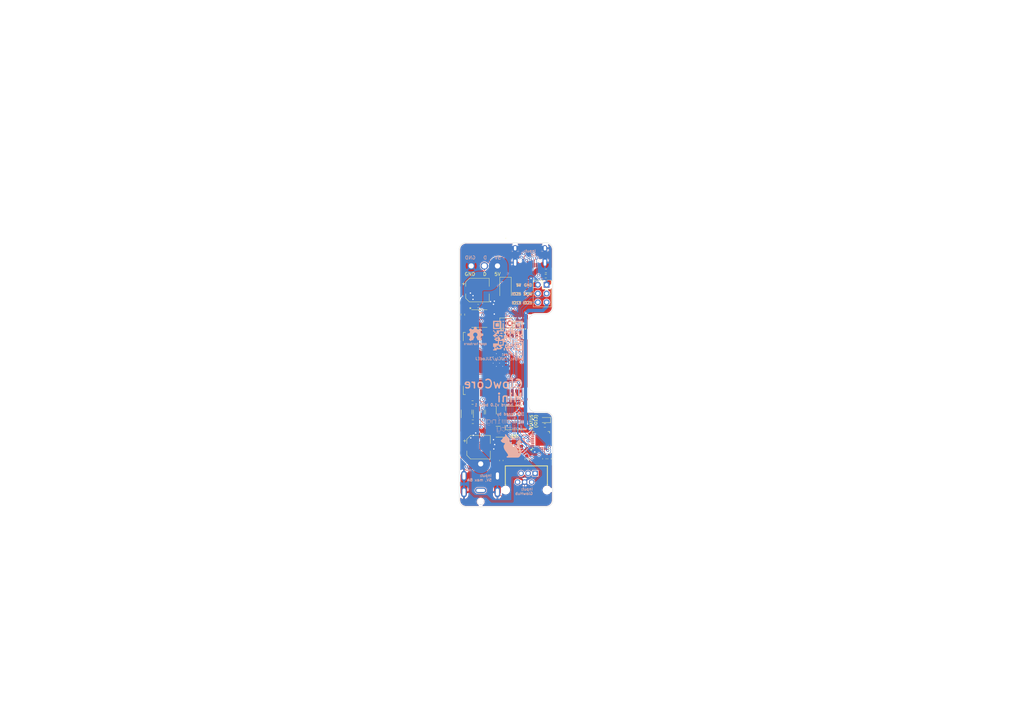
<source format=kicad_pcb>
(kicad_pcb (version 20211014) (generator pcbnew)
  (layers (0 "F.Cu" signal) (31 "B.Cu" signal) (34 "B.Paste" user) (35 "F.Paste" user) (36 "B.SilkS" user "B.Silkscreen") (37 "F.SilkS" user "F.Silkscreen") (38 "B.Mask" user) (39 "F.Mask" user) (44 "Edge.Cuts" user))
  (net 0 "")
  (net 1 "GND")
  (net 2 "+5V")
  (net 3 "+3V3")
  (net 4 "RESET")
  (net 5 "Net-(D2-Pad2)")
  (net 6 "USB-C DATA+")
  (net 7 "USB-C DATA-")
  (net 8 "IO15{slash}WS")
  (net 9 "IO14{slash}SCK")
  (net 10 "DTR")
  (net 11 "IO0")
  (net 12 "RTS")
  (net 13 "IO32{slash}SD")
  (net 14 "IO13")
  (net 15 "IO36{slash}A4{slash}SENSOR_VP")
  (net 16 "I39{slash}A3{slash}SENSOR_VN")
  (net 17 "I34{slash}A2")
  (net 18 "IO35")
  (net 19 "IO33{slash}TESTBUTTON")
  (net 20 "IO25{slash}A1{slash}DAC1")
  (net 21 "IO26{slash}A0{slash}DAC2")
  (net 22 "IO27")
  (net 23 "Net-(D1-Pad2)")
  (net 30 "IO2")
  (net 31 "IO4{slash}A5")
  (net 32 "IO16{slash}LED1")
  (net 33 "IO5")
  (net 35 "IO21")
  (net 36 "RXD0")
  (net 37 "TXD0")
  (net 38 "IO22")
  (net 39 "IO23")
  (net 53 "Net-(P1-Pad2)")
  (net 54 "IO12")
  (net 55 "IO17")
  (net 56 "USB-C CC1")
  (net 57 "USB-C CC2")
  (net 58 "Net-(Q2-Pad1)")
  (net 59 "Net-(Q3-Pad1)")
  (net 60 "Net-(R1-Pad1)")
  (net 68 "IO18")
  (net 69 "IO19")
  (net 70 "RECEIVER 5V")
  (net 71 "LED1 DATA IN")
  (net 75 "Net-(C4-Pad2)")
  (footprint "TS-1185EC-C-D-B:TS-1185EC-C-D-B" (layer "F.Cu") (at 149.19 132.95 180)
    (fp_text reference "SW1" hide)
    (fp_text value "TS-1185EC-C-D-B")
  )
  (footprint "CP2102-GMR:CP2102-GMR" (layer "F.Cu") (at 157.0045 127.5526 90)
    (fp_text reference "U4" hide)
    (fp_text value "CP2102-GMR" hide)
  )
  (footprint "TS-1185EC-C-D-B:TS-1185EC-C-D-B" (layer "F.Cu") (at 149.1596 128.6028)
    (fp_text reference "SW2" hide)
    (fp_text value "TS-1185EC-C-D-B")
  )
  (footprint "Resistor_SMD:R_0603_1608Metric_Pad0.98x0.95mm_HandSolder" (layer "F.Cu") (at 158.38 79.99 180)
    (fp_text reference "R9" hide)
    (fp_text value "5.1K 1%")
  )
  (footprint "Capacitor_SMD:C_0603_1608Metric_Pad1.08x0.95mm_HandSolder" (layer "F.Cu") (at 145.49 133.46 90)
    (fp_text reference "C9" hide)
    (fp_text value "1uF")
  )
  (footprint "Capacitor_SMD:C_0603_1608Metric_Pad1.08x0.95mm_HandSolder" (layer "F.Cu") (at 138.76 88.68 180)
    (fp_text reference "C1" hide)
    (fp_text value "0.1uF")
  )
  (footprint "Resistor_SMD:R_0603_1608Metric_Pad0.98x0.95mm_HandSolder" (layer "F.Cu") (at 134.33 91.15 90)
    (fp_text reference "R1" hide)
    (fp_text value "62")
  )
  (footprint "Capacitor_SMD:C_0603_1608Metric_Pad1.08x0.95mm_HandSolder" (layer "F.Cu") (at 151.41 116.95 180)
    (fp_text reference "C3" hide)
    (fp_text value "10uF")
  )
  (footprint "Capacitor_SMD:C_0603_1608Metric_Pad1.08x0.95mm_HandSolder" (layer "F.Cu") (at 159.4937 132.9617 -90)
    (fp_text reference "C10" hide)
    (fp_text value "0.1uF")
  )
  (footprint "Resistor_SMD:R_0603_1608Metric_Pad0.98x0.95mm_HandSolder" (layer "F.Cu") (at 143.97489 93.667416 -90)
    (fp_text reference "R2" hide)
    (fp_text value "100K")
  )
  (footprint "SN74AHCT32QPWRQ1:SN74AHCT32QPWRQ1" (layer "F.Cu") (at 139.12 92.31)
    (fp_text reference "U1" hide)
    (fp_text value "SN74AHCT32QPWRQ1" hide)
  )
  (footprint "Package_TO_SOT_SMD:SOT-23" (layer "F.Cu") (at 135.41 119.41 90)
    (fp_text reference "Q2" hide)
    (fp_text value "MMBT2222A")
  )
  (footprint "Package_TO_SOT_SMD:SOT-223" (layer "F.Cu") (at 148.63 121.13 180)
    (fp_text reference "U3" hide)
    (fp_text value "BL1117-33CX")
  )
  (footprint "U262-161N-4BVC11:USB-3.1-SMD_U262-161N-4BVC11" (layer "F.Cu") (at 153.82 74.3625 180)
    (fp_text reference "USB1" hide)
    (fp_text value "U262-16XN-4BVC11")
  )
  (footprint "Package_TO_SOT_SMD:SOT-23" (layer "F.Cu") (at 142.4675 119.39 -90)
    (fp_text reference "Q1" hide)
    (fp_text value "AP40P05")
  )
  (footprint "Resistor_SMD:R_0603_1608Metric_Pad0.98x0.95mm_HandSolder" (layer "F.Cu") (at 137.23 122.22)
    (fp_text reference "R6" hide)
    (fp_text value "10K")
  )
  (footprint "DC-042C-Z-2:DC-IN-TH_DC-042C-Z-2.5-A" (layer "F.Cu") (at 139.51 138.54 90)
    (fp_text reference "J2" hide)
    (fp_text value "DC-042C-Z-2.5-A")
  )
  (footprint "ICS-43432:MIC_ICS-43432" (layer "F.Cu") (at 147.06749 93.627116 90)
    (fp_text reference "MK1" hide)
    (fp_text value "ICS-43432")
  )
  (footprint "Resistor_SMD:R_0603_1608Metric_Pad0.98x0.95mm_HandSolder" (layer "F.Cu") (at 152.882 133.0323 90)
    (fp_text reference "R8" hide)
    (fp_text value "10K")
  )
  (footprint "LED_SMD:LED_0603_1608Metric_Pad1.05x0.95mm_HandSolder" (layer "F.Cu") (at 158.12 121.7306 180)
    (fp_text reference "D2" hide)
    (fp_text value "red LED")
  )
  (footprint "Capacitor_SMD:C_0603_1608Metric_Pad1.08x0.95mm_HandSolder" (layer "F.Cu") (at 157.9697 132.9617 90)
    (fp_text reference "C6" hide)
    (fp_text value "4.7uF 6.3V 10%")
  )
  (footprint "Capacitor_SMD:CP_Elec_6.3x5.4" (layer "F.Cu") (at 138.56 84.05)
    (fp_text reference "C5" hide)
    (fp_text value "220uF 10V")
  )
  (footprint "Capacitor_SMD:C_0603_1608Metric_Pad1.08x0.95mm_HandSolder" (layer "F.Cu") (at 151.71 93.71 90)
    (fp_text reference "C8" hide)
    (fp_text value "10uF")
  )
  (footprint "Capacitor_SMD:C_0603_1608Metric_Pad1.08x0.95mm_HandSolder" (layer "F.Cu") (at 145.882 116.711 180)
    (fp_text reference "C4" hide)
    (fp_text value "10uF")
  )
  (footprint "Resistor_SMD:R_0603_1608Metric_Pad0.98x0.95mm_HandSolder" (layer "F.Cu") (at 158.42 78.466 180)
    (fp_text reference "R3" hide)
    (fp_text value "5.1K 1%")
  )
  (footprint "Resistor_SMD:R_0603_1608Metric_Pad0.98x0.95mm_HandSolder" (layer "F.Cu") (at 137.15 116.66 180)
    (fp_text reference "R5" hide)
    (fp_text value "10K")
  )
  (footprint "Capacitor_SMD:CP_Elec_6.3x5.4" (layer "F.Cu") (at 138.91 129.61)
    (fp_text reference "C2" hide)
    (fp_text value "220uF 10V")
  )
  (footprint "Diode_SMD:D_SMA" (layer "F.Cu") (at 146.73 83.91 -90)
    (fp_text reference "D1" hide)
    (fp_text value "SS54")
  )
  (footprint "ESP32-WROOM-32E__16MB_:MODULE_ESP32-WROOM-32E_(16MB)" (layer "F.Cu") (at 147.2118 105.3212 -90)
    (fp_text reference "U2" hide)
    (fp_text value "ESP32-WROOM-32E (4MB)")
  )
  (footprint "WJ15EDGRC:WJ15EDGRC-3.81-3P" (layer "F.Cu") (at 140.5636 73.7616 180)
    (fp_text reference "P1" hide)
    (fp_text value "WJ15EDGRC-3.81-3P")
  )
  (footprint "Capacitor_SMD:C_0603_1608Metric_Pad1.08x0.95mm_HandSolder" (layer "F.Cu") (at 150.11549 93.728716 -90)
    (fp_text reference "C7" hide)
    (fp_text value "0.1uF")
  )
  (footprint "Package_TO_SOT_SMD:SOT-23" (layer "F.Cu") (at 144.58 125.12 180)
    (fp_text reference "Q4" hide)
    (fp_text value "AP40P05")
  )
  (footprint "R-RJ11R06P-A800:R-RJ11R06P-A800" (layer "F.Cu") (at 152.75 141.52)
    (fp_text reference "RJ1" hide)
    (fp_text value "R-RJ11R06P-A800")
  )
  (footprint "Connector_PinSocket_2.54mm:PinSocket_2x03_P2.54mm_Vertical" (layer "F.Cu") (at 158.62 82.5)
    (fp_text reference "J1" hide)
    (fp_text value "Conn_02x03_Counter_Clockwise")
  )
  (footprint "Resistor_SMD:R_0603_1608Metric_Pad0.98x0.95mm_HandSolder" (layer "F.Cu") (at 158.12 123.28 180)
    (fp_text reference "R7" hide)
    (fp_text value "1K")
  )
  (footprint "Package_TO_SOT_SMD:SOT-23" (layer "F.Cu") (at 138.9554 119.4234 90)
    (fp_text reference "Q3" hide)
    (fp_text value "MMBT2222A")
  )
  (footprint "LOGO" (layer "B.Cu") (at 147.41 97.25 180)
    (fp_text reference "G***" hide)
    (fp_text value "LOGO" hide)
  )
  (footprint "LOGO" (layer "B.Cu") (at 146.39752 125.823374 180)
    (fp_text reference "G***" hide)
    (fp_text value "LOGO" hide)
  )
  (footprint "Symbol:OSHW-Logo2_7.3x6mm_SilkScreen" (layer "B.Cu") (at 137.95 97.45 180)
    (fp_text reference "REF**" hide)
    (fp_text value "OSHW-Logo2_7.3x6mm_SilkScreen" hide)
  )
  (gr_line (start 158.432158 90.994756) (end 155.400188 90.994756) (layer "Edge.Cuts") (width 0.1))
  (gr_line (start 158.432158 146.929536) (end 135.294214 146.929536) (layer "Edge.Cuts") (width 0.1))
  (gr_arc (start 135.294214 146.929536) (mid 133.88 146.34375) (end 133.294214 144.929536) (layer "Edge.Cuts") (width 0.1))
  (gr_arc (start 160.432158 88.994756) (mid 159.846372 90.40897) (end 158.432158 90.994756) (layer "Edge.Cuts") (width 0.1))
  (gr_arc (start 155.400188 119.394756) (mid 153.985974 118.80897) (end 153.400188 117.394756) (layer "Edge.Cuts") (width 0.1))
  (gr_line (start 155.400188 119.394756) (end 158.432158 119.394756) (layer "Edge.Cuts") (width 0.1))
  (gr_arc (start 153.400188 92.994756) (mid 153.985974 91.580542) (end 155.400188 90.994756) (layer "Edge.Cuts") (width 0.1))
  (gr_line (start 160.432158 72.294214) (end 160.432158 88.994756) (layer "Edge.Cuts") (width 0.1))
  (gr_line (start 135.294214 70.294214) (end 158.432158 70.294214) (layer "Edge.Cuts") (width 0.1))
  (gr_arc (start 133.294214 72.294214) (mid 133.88 70.88) (end 135.294214 70.294214) (layer "Edge.Cuts") (width 0.1))
  (gr_line (start 153.400188 92.994756) (end 153.400188 117.394756) (layer "Edge.Cuts") (width 0.1))
  (gr_arc (start 158.432158 70.294214) (mid 159.846372 70.88) (end 160.432158 72.294214) (layer "Edge.Cuts") (width 0.1))
  (gr_arc (start 158.432158 119.394756) (mid 159.846372 119.980542) (end 160.432158 121.394756) (layer "Edge.Cuts") (width 0.1))
  (gr_arc (start 160.432158 144.929536) (mid 159.846372 146.34375) (end 158.432158 146.929536) (layer "Edge.Cuts") (width 0.1))
  (gr_line (start 160.432158 121.394756) (end 160.432158 144.929536) (layer "Edge.Cuts") (width 0.1))
  (gr_line (start 133.294214 144.929536) (end 133.294214 72.294214) (layer "Edge.Cuts") (width 0.1))
  (gr_text "designed by" (at 151.55372 119.981374) (layer "B.SilkS") (effects (font (size 0.8 0.8)) (justify left mirror)))
  (gr_text "5V\n\nIO26\n\nIO13" (at 151.33 85.18) (layer "B.SilkS") (effects (font (size 0.8 0.8)) (justify left mirror)))
  (gr_text "GlowCore\nMini" (at 152.01092 113.275774) (layer "B.SilkS") (effects (font (size 2.5 2.5) (thickness 0.4)) (justify left mirror)))
  (gr_text "Input: \n5V, max 8A" (at 142.75 138.48) (layer "B.SilkS") (effects (font (size 0.8 0.8)) (justify left mirror)))
  (gr_text "GND\n\n3.3V\n\nIO25" (at 154.5582 85.18) (layer "B.SilkS") (effects (font (size 0.8 0.8)) (justify left mirror)))
  (gr_text "PCB files:\nhttps://bit.ly/3JLodEJ" (at 151.7534 103.2952) (layer "B.SilkS") (effects (font (size 0.8 0.8)) (justify left mirror)))
  (gr_text "dev board v1.0 beta 1" (at 151.57912 117.339774) (layer "B.SilkS") (effects (font (size 0.8 0.8)) (justify left mirror)))
  (gr_text "Input: \nGlowHub" (at 154.71 142.41) (layer "B.SilkS") (effects (font (size 0.8 0.8)) (justify left mirror)))
  (gr_text "5V   D   GND" (at 140.17 74.64) (layer "B.SilkS") (effects (font (size 1 1)) (justify mirror)))
  (gr_text "Input: \n5V" (at 155.58 73.35) (layer "B.SilkS") (effects (font (size 0.8 0.8)) (justify left mirror)))
  (gr_text "GND\n\n3.3V\n\nIO25" (at 154.57 85.18) (layer "F.SilkS") (effects (font (size 0.8 0.8)) (justify right)))
  (gr_text "STATUS\n(IO13)" (at 154.85 120.08 90) (layer "F.SilkS") (effects (font (size 0.8 0.8)) (justify right)))
  (gr_text "RESET" (at 151.142 130.8323) (layer "F.SilkS") (effects (font (size 0.8 0.8)) (justify right)))
  (gr_text "5V\n\nIO26\n\nIO13" (at 151.35 85.18) (layer "F.SilkS") (effects (font (size 0.8 0.8)) (justify right)))
  (gr_text "TEST" (at 150.63 126.43) (layer "F.SilkS") (effects (font (size 0.8 0.8)) (justify right)))
  (gr_text "GND   D   5V" (at 140.08 79.42) (layer "F.SilkS") (effects (font (size 1 1))))
  (segment (start 134.9618 95.598799) (end 136.3006 94.259999) (width 0.16) (layer "F.Cu") (net 1))
  (segment (start 152.2325 116.81) (end 152.4718 116.5707) (width 0.16) (layer "F.Cu") (net 1))
  (segment (start 143.97489 94.579916) (end 145.27029 94.579916) (width 0.16) (layer "F.Cu") (net 1))
  (segment (start 139.6225 88.68) (end 141.05 88.68) (width 0.16) (layer "F.Cu") (net 1))
  (segment (start 156.504501 128.052599) (end 157.0045 127.5526) (width 0.16) (layer "F.Cu") (net 1))
  (segment (start 152.4718 96.8212) (end 152.4718 113.8212) (width 0.16) (layer "F.Cu") (net 1))
  (segment (start 136.6062 99.6062) (end 140.4037 103.4037) (width 0.16) (layer "F.Cu") (net 1))
  (segment (start 141.36 84.05) (end 141.36 82.76) (width 4) (layer "F.Cu") (net 1))
  (segment (start 149.963784 92.866216) (end 149.21 93.62) (width 0.16) (layer "F.Cu") (net 1))
  (segment (start 155.05 121.6) (end 154.8 121.6) (width 0.16) (layer "F.Cu") (net 1))
  (segment (start 159.2925 79.99) (end 159.2925 81.8275) (width 1.4) (layer "F.Cu") (net 1))
  (segment (start 149.2 93.63) (end 149.079885 93.63) (width 0.4) (layer "F.Cu") (net 1))
  (segment (start 151.3638 106.1562) (end 146.8068 106.1562) (width 0.16) (layer "F.Cu") (net 1))
  (segment (start 157.9697 133.8242) (end 157.9697 138.0703) (width 0.16) (layer "F.Cu") (net 1))
  (segment (start 150.11549 91.23549) (end 149.12 90.24) (width 0.16) (layer "F.Cu") (net 1))
  (segment (start 143.44 91.01) (end 141.9394 91.01) (width 0.4) (layer "F.Cu") (net 1))
  (segment (start 146.1125 133.7) (end 145.49 134.3225) (width 0.16) (layer "F.Cu") (net 1))
  (segment (start 156.504501 129.952613) (end 156.504501 130.586635) (width 0.16) (layer "F.Cu") (net 1))
  (segment (start 146.8068 106.1562) (end 146.8068 102.4862) (width 0.16) (layer "F.Cu") (net 1))
  (segment (start 143.97489 94.579916) (end 143.654975 94.260001) (width 0.16) (layer "F.Cu") (net 1))
  (segment (start 151.691284 92.866216) (end 151.71 92.8475) (width 0.16) (layer "F.Cu") (net 1))
  (segment (start 137.64 92.31) (end 136.3006 92.31) (width 0.4) (layer "F.Cu") (net 1))
  (segment (start 154.58952 123.18048) (end 154.34 123.43) (width 0.16) (layer "F.Cu") (net 1))
  (segment (start 145.39249 94.702116) (end 146.04249 94.702116) (width 0.16) (layer "F.Cu") (net 1))
  (segment (start 159.2925 81.8275) (end 158.62 82.5) (width 1.4) (layer "F.Cu") (net 1))
  (segment (start 151.6025 116.18) (end 152.2325 116.81) (width 0.16) (layer "F.Cu") (net 1))
  (segment (start 149.84 144.05) (end 145.77 144.05) (width 0.16) (layer "F.Cu") (net 1))
  (segment (start 147.21 123.43) (end 151.78 123.43) (width 1) (layer "F.Cu") (net 1))
  (segment (start 144.5472 127.8528) (end 147.2596 127.8528) (width 0.16) (layer "F.Cu") (net 1))
  (segment (start 136.3006 91.01) (end 137.5388 91.01) (width 0.4) (layer "F.Cu") (net 1))
  (segment (start 154.34 123.43) (end 151.78 123.43) (width 0.16) (layer "F.Cu") (net 1))
  (segment (start 156.120993 130.970143) (end 155.186337 130.970143) (width 0.16) (layer "F.Cu") (net 1))
  (segment (start 143.654975 94.260001) (end 141.9394 94.260001) (width 0.16) (layer "F.Cu") (net 1))
  (segment (start 144.21 90.24) (end 143.46 90.99) (width 0.16) (layer "F.Cu") (net 1))
  (segment (start 150.11549 92.866216) (end 149.963784 92.866216) (width 0.16) (layer "F.Cu") (net 1))
  (segment (start 143.56 128.84) (end 144.5472 127.8528) (width 0.16) (layer "F.Cu") (net 1))
  (segment (start 149.5 76.094953) (end 150.112524 76.707477) (width 1.5) (layer "F.Cu") (net 1))
  (segment (start 140.4037 103.4037) (end 143.1368 103.4037) (width 0.16) (layer "F.Cu") (net 1))
  (segment (start 142.36 85.05) (end 141.36 84.05) (width 4) (layer "F.Cu") (net 1))
  (segment (start 158.14 76.0825) (end 159.27048 77.21298) (width 1.5) (layer "F.Cu") (net 1))
  (segment (start 143.46 90.99) (end 143.44 91.01) (width 0.4) (layer "F.Cu") (net 1))
  (segment (start 143.1368 103.4037) (end 143.1368 106.1562) (width 0.16) (layer "F.Cu") (net 1))
  (segment (start 145.27029 94.579916) (end 145.39249 94.702116) (width 0.16) (layer "F.Cu") (net 1))
  (segment (start 136.3006 94.259999) (end 136.3006 92.31) (width 0.4) (layer "F.Cu") (net 1))
  (segment (start 134.9618 99.6062) (end 134.9618 95.598799) (width 0.16) (layer "F.Cu") (net 1))
  (segment (start 157.9697 138.0703) (end 154.21 141.83) (width 0.16) (layer "F.Cu") (net 1))
  (segment (start 152.240107 141.649893) (end 152.06 141.83) (width 0.16) (layer "F.Cu") (net 1))
  (segment (start 158.14 76.0825) (end 158.14 77.07) (width 1.5) (layer "F.Cu") (net 1))
  (segment (start 156.03 120.62) (end 155.88 120.77) (width 0.16) (layer "F.Cu") (net 1))
  (segment (start 147.18 123.4) (end 147.21 123.43) (width 1) (layer "F.Cu") (net 1))
  (segment (start 149.5 76.0825) (end 149.5 76.094953) (width 1.5) (layer "F.Cu") (net 1))
  (segment (start 149.12 90.24) (end 144.21 90.24) (width 0.16) (layer "F.Cu") (net 1))
  (segment (start 159.4937 133.8242) (end 157.9697 133.8242) (width 0.16) (layer "F.Cu") (net 1))
  (segment (start 134.66 137.94) (end 134.66 142.64) (width 2) (layer "F.Cu") (net 1))
  (segment (start 150.11549 92.866216) (end 150.11549 91.23549) (width 0.16) (layer "F.Cu") (net 1))
  (segment (start 147.29 133.7) (end 146.1125 133.7) (width 0.16) (layer "F.Cu") (net 1))
  (segment (start 150.11549 92.866216) (end 151.691284 92.866216) (width 0.16) (layer "F.Cu") (net 1))
  (segment (start 143.1368 103.4037) (end 143.1368 102.4862) (width 0.16) (layer "F.Cu") (net 1))
  (segment (start 159.2925 79.99) (end 159.32048 79.96202) (width 1.4) (layer "F.Cu") (net 1))
  (segment (start 152.06 141.83) (end 149.84 144.05) (width 0.16) (layer "F.Cu") (net 1))
  (segment (start 155.88 120.77) (end 155.05 121.6) (width 0.16) (layer "F.Cu") (net 1))
  (segment (start 134.9618 99.6062) (end 136.6062 99.6062) (width 0.16) (layer "F.Cu") (net 1))
  (segment (start 158.14 76.0825) (end 158.14 76.189511) (width 1.5) (layer "F.Cu") (net 1))
  (segment (start 157.99 120.62) (end 156.03 120.62) (width 0.16) (layer "F.Cu") (net 1))
  (segment (start 144.36 142.64) (end 144.36 137.94) (width 2) (layer "F.Cu") (net 1))
  (segment (start 158.7925 82.3275) (end 158.62 82.5) (width 1.5) (layer "F.Cu") (net 1))
  (segment (start 136.753592 78.153592) (end 136.753592 77.02665) (width 4) (layer "F.Cu") (net 1))
  (segment (start 145.49 134.3225) (end 144.36 135.4525) (width 0.16) (layer "F.Cu") (net 1))
  (segment (start 142.36 87.37) (end 142.36 85.05) (width 4) (layer "F.Cu") (net 1))
  (segment (start 152.4718 116.5707) (end 152.4718 113.8212) (width 0.16) (layer "F.Cu") (net 1))
  (segment (start 146.8068 102.4862) (end 143.1368 102.4862) (width 0.16) (layer "F.Cu") (net 1))
  (segment (start 159.27048 77.21298) (end 159.27048 78.40398) (width 1.5) (layer "F.Cu") (net 1))
  (segment (start 141.939398 94.259999) (end 141.9394 94.260001) (width 0.4) (layer "F.Cu") (net 1))
  (segment (start 158.995 121.625) (end 157.99 120.62) (width 0.16) (layer "F.Cu") (net 1))
  (segment (start 152.240107 139.720076) (end 152.240107 141.649893) (width 0.16) (layer "F.Cu") (net 1))
  (segment (start 149.079885 93.63) (end 149.077732 93.627847) (width 0.16) (layer "F.Cu") (net 1))
  (segment (start 158.14 76.189511) (end 157.469511 76.86) (width 1.5) (layer "F.Cu") (net 1))
  (segment (start 152.4718 105.0482) (end 151.3638 106.1562) (width 0.16) (layer "F.Cu") (net 1))
  (segment (start 145.77 144.05) (end 144.36 142.64) (width 0.16) (layer "F.Cu") (net 1))
  (segment (start 144.9718 102.4862) (end 144.9718 106.1562) (width 0.16) (layer "F.Cu") (net 1))
  (segment (start 156.504501 129.952613) (end 156.504501 128.052599) (width 0.16) (layer "F.Cu") (net 1))
  (segment (start 141.05 88.68) (end 142.36 87.37) (width 0.16) (layer "F.Cu") (net 1))
  (segment (start 137.79 92.16) (end 137.64 92.31) (width 0.4) (layer "F.Cu") (net 1))
  (segment (start 136.3006 94.259999) (end 141.939398 94.259999) (width 0.4) (layer "F.Cu") (net 1))
  (segment (start 141.9394 94.260001) (end 141.9394 91.01) (width 0.4) (layer "F.Cu") (net 1))
  (segment (start 154.21 141.83) (end 152.06 141.83) (width 0.16) (layer "F.Cu") (net 1))
  (segment (start 152.4718 96.8212) (end 152.4718 105.0482) (width 0.16) (layer "F.Cu") (net 1))
  (segment (start 144.36 135.4525) (end 144.36 137.94) (width 0.16) (layer "F.Cu") (net 1))
  (segment (start 137.79 91.2612) (end 137.79 92.16) (width 0.4) (layer "F.Cu") (net 1))
  (segment (start 141.36 82.76) (end 136.753592 78.153592) (width 4) (layer "F.Cu") (net 1))
  (segment (start 149.75 116.18) (end 151.6025 116.18) (width 0.16) (layer "F.Cu") (net 1))
  (segment (start 137.5388 91.01) (end 137.79 91.2612) (width 0.4) (layer "F.Cu") (net 1))
  (segment (start 143.1368 106.1562) (end 146.8068 106.1562) (width 0.16) (layer "F.Cu") (net 1))
  (segment (start 159.32048 79.96202) (end 159.32048 78.466) (width 1.4) (layer "F.Cu") (net 1))
  (segment (start 156.504501 130.586635) (end 156.120993 130.970143) (width 0.16) (layer "F.Cu") (net 1))
  (segment (start 149.219 116.711) (end 149.75 116.18) (width 0.16) (layer "F.Cu") (net 1))
  (segment (start 147.2596 127.8528) (end 151.0596 127.8528) (width 0.16) (layer "F.Cu") (net 1))
  (segment (start 158.995 121.7306) (end 158.995 121.625) (width 0.16) (layer "F.Cu") (net 1))
  (segment (start 134.66 137.94) (end 144.36 137.94) (width 2) (layer "F.Cu") (net 1))
  (segment (start 143.1368 104.3212) (end 146.8068 104.3212) (width 0.16) (layer "F.Cu") (net 1))
  (segment (start 146.7445 116.711) (end 149.219 116.711) (width 0.16) (layer "F.Cu") (net 1))
  (segment (start 149.077732 93.627847) (end 149.21 93.62) (width 0.16) (layer "F.Cu") (net 1))
  (segment (start 149.21 93.62) (end 149.2 93.63) (width 0.16) (layer "F.Cu") (net 1))
  (segment (start 151.09 133.7) (end 147.29 133.7) (width 0.16) (layer "F.Cu") (net 1))
  (segment (start 141.71 129.61) (end 142.38 128.94) (width 4) (layer "F.Cu") (net 1))
  (via (at 143.56 128.84) (size 0.8) (drill 0.4) (layers "F.Cu" "B.Cu") (net 1))
  (via (at 154.58952 123.18048) (size 0.8) (drill 0.4) (layers "F.Cu" "B.Cu") (net 1))
  (via (at 143.3 130.12) (size 0.8) (drill 0.4) (layers "F.Cu" "B.Cu") (net 1))
  (via (at 143.47 87.26) (size 0.8) (drill 0.4) (layers "F.Cu" "B.Cu") (net 1))
  (via (at 154.8 121.6) (size 0.8) (drill 0.4) (layers "F.Cu" "B.Cu") (net 1))
  (via (at 143.22 127.42) (size 0.8) (drill 0.4) (layers "F.Cu" "B.Cu") (net 1))
  (via (at 143.22 88.157462) (size 0.8) (drill 0.4) (layers "F.Cu" "B.Cu") (net 1))
  (via (at 142.36 87.37) (size 0.8) (drill 0.4) (layers "F.Cu" "B.Cu") (net 1))
  (via (at 147.18 123.4) (size 0.8) (drill 0.4) (layers "F.Cu" "B.Cu") (net 1))
  (via (at 155.186337 130.970143) (size 0.8) (drill 0.4) (layers "F.Cu" "B.Cu") (net 1))
  (via (at 143.46 90.99) (size 0.8) (drill 0.4) (layers "F.Cu" "B.Cu") (net 1))
  (segment (start 154.8 122.97) (end 154.8 121.6) (width 0.16) (layer "B.Cu") (net 1))
  (segment (start 143.97 100.71) (end 143.419511 100.159511) (width 5.5) (layer "B.Cu") (net 1))
  (segment (start 152.87 141.73) (end 152.240107 141.100107) (width 0.16) (layer "B.Cu") (net 1))
  (segment (start 143.22 127.42) (end 143.82 126.82) (width 5.5) (layer "B.Cu") (net 1))
  (segment (start 145.93 123.4) (end 143.82 125.51) (width 1) (layer "B.Cu") (net 1))
  (segment (start 145.209519 132.029519) (end 145.209519 137.090481) (width 5.5) (layer "B.Cu") (net 1))
  (segment (start 143.47 87.26) (end 144.117462 87.26) (width 5.5) (layer "B.Cu") (net 1))
  (segment (start 138.6375 71.9025) (end 136.753592 73.786408) (width 1.5) (layer "B.Cu") (net 1))
  (segment (start 145.209519 137.090481) (end 144.36 137.94) (width 5.5) (layer "B.Cu") (net 1))
  (segment (start 149.5 76.0825) (end 149.5 78.14737) (width 1.5) (layer "B.Cu") (net 1))
  (segment (start 143.419511 88.356973) (end 143.22 88.157462) (width 5.5) (layer "B.Cu") (net 1))
  (segment (start 143.47 87.907462) (end 143.47 87.26) (width 5.5) (layer "B.Cu") (net 1))
  (segment (start 143.82 125.51) (end 143.82 100.86) (width 5.5) (layer "B.Cu") (net 1))
  (segment (start 147.18 123.4) (end 145.93 123.4) (width 1) (layer "B.Cu") (net 1))
  (segment (start 136.753592 73.786408) (end 136.753592 77.02665) (width 1.5) (layer "B.Cu") (net 1))
  (segment (start 143.82 100.86) (end 143.97 100.71) (width 5.5) (layer "B.Cu") (net 1))
  (segment (start 157.8 132.139025) (end 157.8 139.91) (width 0.16) (layer "B.Cu") (net 1))
  (segment (start 149.5 78.14737) (end 150.31263 78.96) (width 1.5) (layer "B.Cu") (net 1))
  (segment (start 149.5 71.9025) (end 158.14 71.9025) (width 1.5) (layer "B.Cu") (net 1))
  (segment (start 154.58952 123.18048) (end 154.8 122.97) (width 0.16) (layer "B.Cu") (net 1))
  (segment (start 155.98 141.73) (end 152.87 141.73) (width 0.16) (layer "B.Cu") (net 1))
  (segment (start 149.5 71.9025) (end 138.6375 71.9025) (width 1.5) (layer "B.Cu") (net 1))
  (segment (start 156.631118 130.970143) (end 157.8 132.139025) (width 0.16) (layer "B.Cu") (net 1))
  (segment (start 143.3 130.12) (end 143.22 130.04) (width 5.5) (layer "B.Cu") (net 1))
  (segment (start 143.82 126.82) (end 143.82 125.51) (width 5.5) (layer "B.Cu") (net 1))
  (segment (start 155.186337 130.970143) (end 156.631118 130.970143) (width 0.16) (layer "B.Cu") (net 1))
  (segment (start 158.14 71.9025) (end 158.14 76.0825) (width 1.5) (layer "B.Cu") (net 1))
  (segment (start 152.240107 141.100107) (end 152.240107 139.720076) (width 0.16) (layer "B.Cu") (net 1))
  (segment (start 150.31263 81.064832) (end 150.31263 78.96) (width 5.5) (layer "B.Cu") (net 1))
  (segment (start 149.5 71.9025) (end 149.5 76.0825) (width 1.5) (layer "B.Cu") (net 1))
  (segment (start 143.22 130.04) (end 143.22 127.42) (width 5.5) (layer "B.Cu") (net 1))
  (segment (start 143.22 88.157462) (end 143.47 87.907462) (width 5.5) (layer "B.Cu") (net 1))
  (segment (start 143.3 130.12) (end 145.209519 132.029519) (width 5.5) (layer "B.Cu") (net 1))
  (segment (start 144.117462 87.26) (end 150.31263 81.064832) (width 5.5) (layer "B.Cu") (net 1))
  (segment (start 157.8 139.91) (end 155.98 141.73) (width 0.16) (layer "B.Cu") (net 1))
  (segment (start 143.419511 100.159511) (end 143.419511 88.356973) (width 5.5) (layer "B.Cu") (net 1))
  (segment (start 146.65 81.83) (end 146.65 79.303042) (width 1.4) (layer "F.Cu") (net 2))
  (segment (start 145.51 131.08) (end 145.20048 131.38952) (width 0.5) (layer "F.Cu") (net 2))
  (segment (start 149.55 119.99) (end 150.71 118.83) (width 0.5) (layer "F.Cu") (net 2))
  (segment (start 136.08 127.45) (end 136.08 128.87) (width 4) (layer "F.Cu") (net 2))
  (segment (start 137.28 88.0625) (end 137.28 86.73) (width 0.16) (layer "F.Cu") (net 2))
  (segment (start 150.5075 116.81) (end 150.5075 117.5575) (width 0.16) (layer "F.Cu") (net 2))
  (segment (start 153.07 129.29) (end 153.07 129.63) (width 0.5) (layer "F.Cu") (net 2))
  (segment (start 138.37 89.87) (end 137.8975 89.3975) (width 0.16) (layer "F.Cu") (net 2))
  (segment (start 159.404514 129.642539) (end 159.423416 129.661441) (width 0.16) (layer "F.Cu") (net 2))
  (segment (start 150.71 118.83) (end 151.78 118.83) (width 0.5) (layer "F.Cu") (net 2))
  (segment (start 150.5075 117.5575) (end 151.78 118.83) (width 0.16) (layer "F.Cu") (net 2))
  (segment (start 147.32 82.5) (end 146.65 81.83) (width 1.4) (layer "F.Cu") (net 2))
  (segment (start 135.76 84.13) (end 136.53 84.9) (width 4) (layer "F.Cu") (net 2))
  (segment (start 137.8975 88.68) (end 137.28 88.0625) (width 0.16) (layer "F.Cu") (net 2))
  (segment (start 146.65 79.303042) (end 144.373608 77.02665) (width 1.4) (layer "F.Cu") (net 2))
  (segment (start 159.404514 129.052599) (end 159.404514 129.642539) (width 0.16) (layer "F.Cu") (net 2))
  (segment (start 137.8975 89.3975) (end 137.8975 88.68) (width 0.16) (layer "F.Cu") (net 2))
  (segment (start 135.76 84.05) (end 135.76 84.13) (width 4) (layer "F.Cu") (net 2))
  (segment (start 136.53 84.9) (end 137.28 85.65) (width 4) (layer "F.Cu") (net 2))
  (segment (start 137.375 126.155) (end 136.62 126.91) (width 4) (layer "F.Cu") (net 2))
  (segment (start 153.07 129.63) (end 151.62 131.08) (width 0.5) (layer "F.Cu") (net 2))
  (segment (start 144.44048 131.38952) (end 141.39 134.44) (width 0.5) (layer "F.Cu") (net 2))
  (segment (start 139.77 89.87) (end 138.37 89.87) (width 0.16) (layer "F.Cu") (net 2))
  (segment (start 145.20048 131.38952) (end 144.44048 131.38952) (width 0.5) (layer "F.Cu") (net 2))
  (segment (start 141.39 134.44) (end 139.51 134.44) (width 0.5) (layer "F.Cu") (net 2))
  (segment (start 156.08 82.5) (end 147.32 82.5) (width 1.4) (layer "F.Cu") (net 2))
  (segment (start 151.62 131.08) (end 145.51 131.08) (width 0.5) (layer "F.Cu") (net 2))
  (segment (start 141.9394 90.360001) (end 140.979346 90.360001) (width 0.16) (layer "F.Cu") (net 2))
  (segment (start 139.79 89.89) (end 139.77 89.87) (width 0.16) (layer "F.Cu") (net 2))
  (segment (start 136.62 126.91) (end 136.08 127.45) (width 4) (layer "F.Cu") (net 2))
  (segment (start 140.979346 90.360001) (end 140.019847 91.3195) (width 0.16) (layer "F.Cu") (net 2))
  (via (at 137.28 86.73) (size 0.8) (drill 0.4) (layers "F.Cu" "B.Cu") (net 2))
  (via (at 159.423416 129.661441) (size 0.8) (drill 0.4) (layers "F.Cu" "B.Cu") (net 2))
  (via (at 137.375 126.155) (size 0.8) (drill 0.4) (layers "F.Cu" "B.Cu") (net 2))
  (via (at 139.79 89.89) (size 0.8) (drill 0.4) (layers "F.Cu" "B.Cu") (net 2))
  (via (at 136.53 84.9) (size 0.8) (drill 0.4) (layers "F.Cu" "B.Cu") (net 2))
  (via (at 136.62 126.91) (size 0.8) (drill 0.4) (layers "F.Cu" "B.Cu") (net 2))
  (via (at 138.06 125.47) (size 0.8) (drill 0.4) (layers "F.Cu" "B.Cu") (net 2))
  (via (at 137.28 85.65) (size 0.8) (drill 0.4) (layers "F.Cu" "B.Cu") (net 2))
  (via (at 153.07 129.29) (size 0.8) (drill 0.4) (layers "F.Cu" "B.Cu") (net 2))
  (via (at 140.019847 91.3195) (size 0.8) (drill 0.4) (layers "F.Cu" "B.Cu") (net 2))
  (via (at 149.55 119.99) (size 0.8) (drill 0.4) (layers "F.Cu" "B.Cu") (net 2))
  (segment (start 159.81 131) (end 159.81 130.27) (width 0.16) (layer "B.Cu") (net 2))
  (segment (start 149.55 119.99) (end 150.26 120.7) (width 0.5) (layer "B.Cu") (net 2))
  (segment (start 140.019847 90.119847) (end 139.79 89.89) (width 0.16) (layer "B.Cu") (net 2))
  (segment (start 140.019847 91.3195) (end 140.019847 90.119847) (width 0.16) (layer "B.Cu") (net 2))
  (segment (start 139.51 134.44) (end 136.32952 131.25952) (width 5.5) (layer "B.Cu") (net 2))
  (segment (start 159.81 130.27) (end 159.423416 129.883416) (width 0.16) (layer "B.Cu") (net 2))
  (segment (start 153.07 129.29) (end 156.17 129.29) (width 0.16) (layer "B.Cu") (net 2))
  (segment (start 156.17 129.29) (end 158.4 131.52) (width 0.16) (layer "B.Cu") (net 2))
  (segment (start 150.26 120.7) (end 150.26 125.75) (width 0.5) (layer "B.Cu") (net 2))
  (segment (start 151.3 126.79) (end 151.3 127.52) (width 0.5) (layer "B.Cu") (net 2))
  (segment (start 141.927124 81.39) (end 144.613111 78.704013) (width 5.5) (layer "B.Cu") (net 2))
  (segment (start 144.613111 78.704013) (end 144.613111 77.02665) (width 5.5) (layer "B.Cu") (net 2))
  (segment (start 159.29 131.52) (end 159.81 131) (width 0.16) (layer "B.Cu") (net 2))
  (segment (start 158.4 131.52) (end 159.29 131.52) (width 0.16) (layer "B.Cu") (net 2))
  (segment (start 137.28 83.26) (end 139.15 81.39) (width 5.5) (layer "B.Cu") (net 2))
  (segment (start 137.28 85.65) (end 137.28 83.26) (width 5.5) (layer "B.Cu") (net 2))
  (segment (start 137.28 86.73) (end 137.28 85.65) (width 5.5) (layer "B.Cu") (net 2))
  (segment (start 151.3 127.52) (end 153.07 129.29) (width 0.5) (layer "B.Cu") (net 2))
  (segment (start 159.423416 129.883416) (end 159.423416 129.661441) (width 0.16) (layer "B.Cu") (net 2))
  (segment (start 136.32952 131.25952) (end 136.32952 87.68048) (width 5.5) (layer "B.Cu") (net 2))
  (segment (start 136.32952 87.68048) (end 137.28 86.73) (width 5.5) (layer "B.Cu") (net 2))
  (segment (start 139.15 81.39) (end 141.927124 81.39) (width 5.5) (layer "B.Cu") (net 2))
  (segment (start 150.26 125.75) (end 151.3 126.79) (width 0.5) (layer "B.Cu") (net 2))
  (segment (start 143.6425 125.12) (end 146.74 125.12) (width 0.6) (layer "F.Cu") (net 3))
  (segment (start 152.53 90.82) (end 152.53 93.7525) (width 0.16) (layer "F.Cu") (net 3))
  (segment (start 146.970374 94.98) (end 146.69249 94.702116) (width 0.16) (layer "F.Cu") (net 3))
  (segment (start 150.080489 124.7) (end 147.22 124.7) (width 1) (layer "F.Cu") (net 3))
  (segment (start 157.9697 132.0992) (end 159.4937 132.0992) (width 0.16) (layer "F.Cu") (net 3))
  (segment (start 150.11549 94.591216) (end 149.726706 94.98) (width 0.16) (layer "F.Cu") (net 3))
  (segment (start 158.971503 130.552945) (end 158.971503 130.419616) (width 0.16) (layer "F.Cu") (net 3))
  (segment (start 147.22 124.7) (end 146.77 125.15) (width 1) (layer "F.Cu") (net 3))
  (segment (start 146.74 125.12) (end 146.77 125.15) (width 0.6) (layer "F.Cu") (net 3))
  (segment (start 154.2622 133.5) (end 156.5689 133.5) (width 0.16) (layer "F.Cu") (net 3))
  (segment (start 153.67 124.32) (end 153.110489 124.879511) (width 1) (layer "F.Cu") (net 3))
  (segment (start 158.0045 129.952613) (end 158.0045 132.0644) (width 0.16) (layer "F.Cu") (net 3))
  (segment (start 152.882 132.1198) (end 154.2622 133.5) (width 0.16) (layer "F.Cu") (net 3))
  (segment (start 151.691284 94.591216) (end 151.71 94.5725) (width 0.16) (layer "F.Cu") (net 3))
  (segment (start 153.110489 124.879511) (end 150.26 124.879511) (width 1) (layer "F.Cu") (net 3))
  (segment (start 150.26 124.879511) (end 150.080489 124.7) (width 1) (layer "F.Cu") (net 3))
  (segment (start 150.11549 94.591216) (end 151.691284 94.591216) (width 0.16) (layer "F.Cu") (net 3))
  (segment (start 158.971503 130.419616) (end 158.5045 129.952613) (width 0.16) (layer "F.Cu") (net 3))
  (segment (start 151.71 94.5725) (end 151.2018 95.0807) (width 0.16) (layer "F.Cu") (net 3))
  (segment (start 152.53 93.7525) (end 151.71 94.5725) (width 0.16) (layer "F.Cu") (net 3))
  (segment (start 152.62 90.73) (end 152.53 90.82) (width 0.16) (layer "F.Cu") (net 3))
  (segment (start 158.0045 129.952613) (end 158.5045 129.952613) (width 0.16) (layer "F.Cu") (net 3))
  (segment (start 158.0045 132.0644) (end 157.9697 132.0992) (width 0.16) (layer "F.Cu") (net 3))
  (segment (start 151.2018 95.0807) (end 151.2018 96.8212) (width 0.16) (layer "F.Cu") (net 3))
  (segment (start 156.5689 133.5) (end 157.9697 132.0992) (width 0.16) (layer "F.Cu") (net 3))
  (segment (start 149.726706 94.98) (end 146.970374 94.98) (width 0.16) (layer "F.Cu") (net 3))
  (via (at 153.67 124.32) (size 0.8) (drill 0.4) (layers "F.Cu" "B.Cu") (net 3))
  (via (at 158.971503 130.552945) (size 0.8) (drill 0.4) (layers "F.Cu" "B.Cu") (net 3))
  (via (at 152.62 90.73) (size 0.8) (drill 0.4) (layers "F.Cu" "B.Cu") (net 3))
  (segment (start 157.96 128.61) (end 157.96 129.92) (width 0.16) (layer "B.Cu") (net 3))
  (segment (start 152.5 123.15) (end 152.5 90.85) (width 1) (layer "B.Cu") (net 3))
  (segment (start 153.67 124.32) (end 157.96 128.61) (width 0.16) (layer "B.Cu") (net 3))
  (segment (start 158.592945 130.552945) (end 158.971503 130.552945) (width 0.16) (layer "B.Cu") (net 3))
  (segment (start 153.67 124.32) (end 152.5 123.15) (width 1) (layer "B.Cu") (net 3))
  (segment (start 152.5 90.85) (end 152.62 90.73) (width 1) (layer "B.Cu") (net 3))
  (segment (start 153.38 89.97) (end 157.52 89.97) (width 1) (layer "B.Cu") (net 3))
  (segment (start 157.52 89.97) (end 158.62 88.87) (width 1) (layer "B.Cu") (net 3))
  (segment (start 152.62 90.73) (end 153.38 89.97) (width 1) (layer "B.Cu") (net 3))
  (segment (start 157.96 129.92) (end 158.592945 130.552945) (width 0.16) (layer "B.Cu") (net 3))
  (segment (start 158.62 88.87) (end 158.62 87.58) (width 1) (layer "B.Cu") (net 3))
  (segment (start 139.95 118.28) (end 139.9054 118.3246) (width 0.16) (layer "F.Cu") (net 4))
  (segment (start 135.206671 136.26) (end 141.8275 136.26) (width 0.16) (layer "F.Cu") (net 4))
  (segment (start 135.56 123.73) (end 133.8 125.49) (width 0.16) (layer "F.Cu") (net 4))
  (segment (start 151.39 132.2) (end 152.882 133.692) (width 0.16) (layer "F.Cu") (net 4))
  (segment (start 149.9318 97.9418) (end 149.9318 96.8212) (width 0.16) (layer "F.Cu") (net 4))
  (segment (start 140.38 115.729571) (end 140.489571 115.62) (width 0.16) (layer "F.Cu") (net 4))
  (segment (start 133.8 125.49) (end 133.8 135.55) (width 0.16) (layer "F.Cu") (net 4))
  (segment (start 151.76 98.9) (end 150.89 98.9) (width 0.16) (layer "F.Cu") (net 4))
  (segment (start 151.09 132.2) (end 147.29 132.2) (width 0.16) (layer "F.Cu") (net 4))
  (segment (start 141.8275 136.26) (end 145.49 132.5975) (width 0.16) (layer "F.Cu") (net 4))
  (segment (start 134.946671 136) (end 135.206671 136.26) (width 0.16) (layer "F.Cu") (net 4))
  (segment (start 139.9054 118.3246) (end 139.9054 120.3609) (width 0.16) (layer "F.Cu") (net 4))
  (segment (start 151.779511 98.919511) (end 151.76 98.9) (width 0.16) (layer "F.Cu") (net 4))
  (segment (start 151.4005 115.46) (end 151.2405 115.62) (width 0.16) (layer "F.Cu") (net 4))
  (segment (start 151.09 132.2) (end 151.39 132.2) (width 0.16) (layer "F.Cu") (net 4))
  (segment (start 147.29 132.2) (end 145.8875 132.2) (width 0.16) (layer "F.Cu") (net 4))
  (segment (start 140.489571 115.62) (end 143.04 115.62) (width 0.16) (layer "F.Cu") (net 4))
  (segment (start 133.8 135.55) (end 134.25 136) (width 0.16) (layer "F.Cu") (net 4))
  (segment (start 145.8875 132.2) (end 145.49 132.5975) (width 0.16) (layer "F.Cu") (net 4))
  (segment (start 150.89 98.9) (end 149.9318 97.9418) (width 0.16) (layer "F.Cu") (net 4))
  (segment (start 151.2405 115.62) (end 143.04 115.62) (width 0.16) (layer "F.Cu") (net 4))
  (segment (start 139.64902 123.73) (end 135.56 123.73) (width 0.16) (layer "F.Cu") (net 4))
  (segment (start 139.67902 123.76) (end 139.64902 123.73) (width 0.16) (layer "F.Cu") (net 4))
  (segment (start 143.04 115.62) (end 142.82 115.62) (width 0.16) (layer "F.Cu") (net 4))
  (segment (start 151.779511 104.500989) (end 151.779511 98.919511) (width 0.16) (layer "F.Cu") (net 4))
  (segment (start 151.4005 104.88) (end 151.779511 104.500989) (width 0.16) (layer "F.Cu") (net 4))
  (segment (start 152.882 133.692) (end 152.882 133.9448) (width 0.16) (layer "F.Cu") (net 4))
  (segment (start 134.25 136) (end 134.946671 136) (width 0.16) (layer "F.Cu") (net 4))
  (via (at 151.4005 104.88) (size 0.8) (drill 0.4) (layers "F.Cu" "B.Cu") (net 4))
  (via (at 139.95 118.28) (size 0.8) (drill 0.4) (layers "F.Cu" "B.Cu") (net 4))
  (via (at 151.4005 115.46) (size 0.8) (drill 0.4) (layers "F.Cu" "B.Cu") (net 4))
  (via (at 140.38 115.729571) (size 0.8) (drill 0.4) (layers "F.Cu" "B.Cu") (net 4))
  (via (at 139.67902 123.76) (size 0.8) (drill 0.4) (layers "F.Cu" "B.Cu") (net 4))
  (segment (start 139.52 123.60098) (end 139.52 118.71) (width 0.16) (layer "B.Cu") (net 4))
  (segment (start 151.52 115.3405) (end 151.4005 115.46) (width 0.16) (layer "B.Cu") (net 4))
  (segment (start 139.95 118.28) (end 140.38 117.85) (width 0.16) (layer "B.Cu") (net 4))
  (segment (start 139.52 118.71) (end 139.95 118.28) (width 0.16) (layer "B.Cu") (net 4))
  (segment (start 151.52 104.9995) (end 151.52 115.3405) (width 0.16) (layer "B.Cu") (net 4))
  (segment (start 151.4005 104.88) (end 151.52 104.9995) (width 0.16) (layer "B.Cu") (net 4))
  (segment (start 140.38 117.85) (end 140.38 115.729571) (width 0.16) (layer "B.Cu") (net 4))
  (segment (start 139.67902 123.76) (end 139.52 123.60098) (width 0.16) (layer "B.Cu") (net 4))
  (segment (start 157.245 121.7306) (end 157.245 123.2425) (width 0.16) (layer "F.Cu") (net 5))
  (segment (start 157.245 123.2425) (end 157.2075 123.28) (width 0.16) (layer "F.Cu") (net 5))
  (segment (start 157.004501 131.147061) (end 157.004501 129.952613) (width 0.16) (layer "F.Cu") (net 6))
  (segment (start 153.07 75.68) (end 152.82 75.43) (width 0.16) (layer "F.Cu") (net 6))
  (segment (start 151.26 74.49) (end 143.74 74.49) (width 0.16) (layer "F.Cu") (net 6))
  (segment (start 142.71 78.32) (end 142.71 78.5) (width 0.16) (layer "F.Cu") (net 6))
  (segment (start 153.07 75.963478) (end 153.07 76.8225) (width 0.16) (layer "F.Cu") (net 6))
  (segment (start 142.71 78.5) (end 145.44 81.23) (width 0.16) (layer "F.Cu") (net 6))
  (segment (start 154.07 75.963478) (end 153.966522 75.86) (width 0.16) (layer "F.Cu") (net 6))
  (segment (start 156.85566 131.31338) (end 156.85566 131.295902) (width 0.16) (layer "F.Cu") (net 6))
  (segment (start 153.07 76.8225) (end 153.07 75.68) (width 0.16) (layer "F.Cu") (net 6))
  (segment (start 156.43452 131.73452) (end 156.85566 131.31338) (width 0.16) (layer "F.Cu") (net 6))
  (segment (start 145.44 81.23) (end 145.44 88.3) (width 0.16) (layer "F.Cu") (net 6))
  (segment (start 143.14 75.09) (end 142.71 75.52) (width 0.16) (layer "F.Cu") (net 6))
  (segment (start 145.44 88.3) (end 146.27048 89.13048) (width 0.16) (layer "F.Cu") (net 6))
  (segment (start 146.609991 88.810489) (end 148.900489 88.810489) (width 0.16) (layer "F.Cu") (net 6))
  (segment (start 153.966522 75.86) (end 153.173478 75.86) (width 0.16) (layer "F.Cu") (net 6))
  (segment (start 154.07 76.8225) (end 154.07 75.963478) (width 0.16) (layer "F.Cu") (net 6))
  (segment (start 142.71 75.52) (end 142.71 78.32) (width 0.16) (layer "F.Cu") (net 6))
  (segment (start 143.74 74.49) (end 143.14 75.09) (width 0.16) (layer "F.Cu") (net 6))
  (segment (start 148.900489 88.810489) (end 149.54 89.45) (width 0.16) (layer "F.Cu") (net 6))
  (segment (start 153.173478 75.86) (end 153.07 75.963478) (width 0.16) (layer "F.Cu") (net 6))
  (segment (start 146.29 89.13048) (end 146.609991 88.810489) (width 0.16) (layer "F.Cu") (net 6))
  (segment (start 146.27048 89.13048) (end 146.29 89.13048) (width 0.16) (layer "F.Cu") (net 6))
  (segment (start 156.85566 131.295902) (end 157.004501 131.147061) (width 0.16) (layer "F.Cu") (net 6))
  (via (at 149.54 89.45) (size 0.8) (drill 0.4) (layers "F.Cu" "B.Cu") (net 6))
  (via (at 151.26 74.49) (size 0.8) (drill 0.4) (layers "F.Cu" "B.Cu") (net 6))
  (via (at 152.82 75.43) (size 0.8) (drill 0.4) (layers "F.Cu" "B.Cu") (net 6))
  (via (at 156.43452 131.73452) (size 0.8) (drill 0.4) (layers "F.Cu" "B.Cu") (net 6))
  (segment (start 149.63904 121.36904) (end 148.87 120.6) (width 0.16) (layer "B.Cu") (net 6))
  (segment (start 150.64904 127.042164) (end 149.63904 126.032164) (width 0.16) (layer "B.Cu") (net 6))
  (segment (start 151.88 74.49) (end 151.26 74.49) (width 0.16) (layer "B.Cu") (net 6))
  (segment (start 156.43452 131.73452) (end 154.48452 131.73452) (width 0.16) (layer "B.Cu") (net 6))
  (segment (start 152.82 75.43) (end 151.88 74.49) (width 0.16) (layer "B.Cu") (net 6))
  (segment (start 149.63904 126.032164) (end 149.63904 121.36904) (width 0.16) (layer "B.Cu") (net 6))
  (segment (start 149.54 100.06) (end 149.54 96.25) (width 0.16) (layer "B.Cu") (net 6))
  (segment (start 150.358551 95.431449) (end 150.358551 91.150113) (width 0.16) (layer "B.Cu") (net 6))
  (segment (start 150.64904 127.89904) (end 150.64904 127.042164) (width 0.16) (layer "B.Cu") (net 6))
  (segment (start 150.009031 109.670969) (end 150.009031 100.529031) (width 0.16) (layer "B.Cu") (net 6))
  (segment (start 149.54 96.25) (end 150.358551 95.431449) (width 0.16) (layer "B.Cu") (net 6))
  (segment (start 148.87 110.81) (end 150.009031 109.670969) (width 0.16) (layer "B.Cu") (net 6))
  (segment (start 148.87 120.6) (end 148.87 110.81) (width 0.16) (layer "B.Cu") (net 6))
  (segment (start 149.54 90.331562) (end 149.54 89.45) (width 0.16) (layer "B.Cu") (net 6))
  (segment (start 150.009031 100.529031) (end 149.54 100.06) (width 0.16) (layer "B.Cu") (net 6))
  (segment (start 150.358551 91.150113) (end 149.54 90.331562) (width 0.16) (layer "B.Cu") (net 6))
  (segment (start 154.48452 131.73452) (end 150.64904 127.89904) (width 0.16) (layer "B.Cu") (net 6))
  (segment (start 154.57 76.8225) (end 154.57 77.62) (width 0.16) (layer "F.Cu") (net 7))
  (segment (start 151.89 73.49) (end 143.89 73.49) (width 0.16) (layer "F.Cu") (net 7))
  (segment (start 144.99904 81.39904) (end 144.99904 88.53904) (width 0.16) (layer "F.Cu") (net 7))
  (segment (start 145.95 89.49) (end 148.19 89.49) (width 0.16) (layer "F.Cu") (net 7))
  (segment (start 143.89 73.49) (end 142.13 75.25) (width 0.16) (layer "F.Cu") (net 7))
  (segment (start 156.58 132.55) (end 157.21518 131.91482) (width 0.16) (layer "F.Cu") (net 7))
  (segment (start 153.57 77.681522) (end 153.57 76.8225) (width 0.16) (layer "F.Cu") (net 7))
  (segment (start 154.57 76.8225) (end 154.57 75.63) (width 0.16) (layer "F.Cu") (net 7))
  (segment (start 153.728478 77.84) (end 153.57 77.681522) (width 0.16) (layer "F.Cu") (net 7))
  (segment (start 154.35 77.84) (end 153.728478 77.84) (width 0.16) (layer "F.Cu") (net 7))
  (segment (start 144.99904 88.53904) (end 145.95 89.49) (width 0.16) (layer "F.Cu") (net 7))
  (segment (start 157.21518 131.44482) (end 157.5045 131.1555) (width 0.16) (layer "F.Cu") (net 7))
  (segment (start 142.13 78.53) (end 144.99904 81.39904) (width 0.16) (layer "F.Cu") (net 7))
  (segment (start 154.39 132.55) (end 156.58 132.55) (width 0.16) (layer "F.Cu") (net 7))
  (segment (start 154.57 75.63) (end 153.89 74.95) (width 0.16) (layer "F.Cu") (net 7))
  (segment (start 142.13 75.25) (end 142.13 78.53) (width 0.16) (layer "F.Cu") (net 7))
  (segment (start 157.5045 131.1555) (end 157.5045 129.952613) (width 0.16) (layer "F.Cu") (net 7))
  (segment (start 154.57 77.62) (end 154.35 77.84) (width 0.16) (layer "F.Cu") (net 7))
  (segment (start 157.21518 131.91482) (end 157.21518 131.44482) (width 0.16) (layer "F.Cu") (net 7))
  (via (at 151.89 73.49) (size 0.8) (drill 0.4) (layers "F.Cu" "B.Cu") (net 7))
  (via (at 148.19 89.49) (size 0.8) (drill 0.4) (layers "F.Cu" "B.Cu") (net 7))
  (via (at 153.89 74.95) (size 0.8) (drill 0.4) (layers "F.Cu" "B.Cu") (net 7))
  (via (at 154.39 132.55) (size 0.8) (drill 0.4) (layers "F.Cu" "B.Cu") (net 7))
  (segment (start 149.07 95.96) (end 149.999031 95.030969) (width 0.16) (layer "B.Cu") (net 7))
  (segment (start 149.07 100.289025) (end 149.07 95.96) (width 0.16) (layer "B.Cu") (net 7))
  (segment (start 153.89 74.95) (end 153.35 74.95) (width 0.16) (layer "B.Cu") (net 7))
  (segment (start 148.4 120.86) (end 148.4 110.580975) (width 0.16) (layer "B.Cu") (net 7))
  (segment (start 149.649511 109.331464) (end 149.649511 100.868536) (width 0.16) (layer "B.Cu") (net 7))
  (segment (start 154.39 132.55) (end 154.33 132.55) (width 0.16) (layer "B.Cu") (net 7))
  (segment (start 150.28952 128.50952) (end 150.28952 127.191082) (width 0.16) (layer "B.Cu") (net 7))
  (segment (start 149.999031 91.299031) (end 148.19 89.49) (width 0.16) (layer "B.Cu") (net 7))
  (segment (start 149.27952 121.73952) (end 148.4 120.86) (width 0.16) (layer "B.Cu") (net 7))
  (segment (start 149.27952 126.181082) (end 149.27952 121.73952) (width 0.16) (layer "B.Cu") (net 7))
  (segment (start 154.33 132.55) (end 150.28952 128.50952) (width 0.16) (layer "B.Cu") (net 7))
  (segment (start 153.35 74.95) (end 151.89 73.49) (width 0.16) (layer "B.Cu") (net 7))
  (segment (start 150.28952 127.191082) (end 149.27952 126.181082) (width 0.16) (layer "B.Cu") (net 7))
  (segment (start 149.649511 100.868536) (end 149.07 100.289025) (width 0.16) (layer "B.Cu") (net 7))
  (segment (start 148.4 110.580975) (end 149.649511 109.331464) (width 0.16) (layer "B.Cu") (net 7))
  (segment (start 149.999031 95.030969) (end 149.999031 91.299031) (width 0.16) (layer "B.Cu") (net 7))
  (segment (start 148.2538 109.7662) (end 134.9618 109.7662) (width 0.16) (layer "F.Cu") (net 8))
  (segment (start 148.96 92.38) (end 146.864606 92.38) (width 0.16) (layer "F.Cu") (net 8))
  (segment (start 148.97 109.05) (end 148.2538 109.7662) (width 0.16) (layer "F.Cu") (net 8))
  (segment (start 146.864606 92.38) (end 146.69249 92.552116) (width 0.16) (layer "F.Cu") (net 8))
  (via (at 148.96 92.38) (size 0.8) (drill 0.4) (layers "F.Cu" "B.Cu") (net 8))
  (via (at 148.97 109.05) (size 0.8) (drill 0.4) (layers "F.Cu" "B.Cu") (net 8))
  (segment (start 148.97 109.05) (end 149 109.02) (width 0.16) (layer "B.Cu") (net 8))
  (segment (start 148.129989 101.331464) (end 148.129989 95.290011) (width 0.16) (layer "B.Cu") (net 8))
  (segment (start 149.10331 94.31669) (end 149.10331 92.52331) (width 0.16) (layer "B.Cu") (net 8))
  (segment (start 149.10331 92.52331) (end 148.96 92.38) (width 0.16) (layer "B.Cu") (net 8))
  (segment (start 149 109.02) (end 149 102.201475) (width 0.16) (layer "B.Cu") (net 8))
  (segment (start 148.129989 95.290011) (end 149.10331 94.31669) (width 0.16) (layer "B.Cu") (net 8))
  (segment (start 149 102.201475) (end 148.129989 101.331464) (width 0.16) (layer "B.Cu") (net 8))
  (segment (start 148.79 101.01) (end 140.69 101.01) (width 0.16) (layer "F.Cu") (net 9))
  (segment (start 146.534606 91.6) (end 148.19 91.6) (width 0.16) (layer "F.Cu") (net 9))
  (segment (start 140.69 101.01) (end 137.2318 97.5518) (width 0.16) (layer "F.Cu") (net 9))
  (segment (start 146.04249 92.552116) (end 146.04249 92.092116) (width 0.16) (layer "F.Cu") (net 9))
  (segment (start 148.83 101.05) (end 148.79 101.01) (width 0.16) (layer "F.Cu") (net 9))
  (segment (start 146.04249 92.092116) (end 146.534606 91.6) (width 0.16) (layer "F.Cu") (net 9))
  (segment (start 137.2318 97.5518) (end 137.2318 96.8212) (width 0.16) (layer "F.Cu") (net 9))
  (via (at 148.19 91.6) (size 0.8) (drill 0.4) (layers "F.Cu" "B.Cu") (net 9))
  (via (at 148.8095 101.05) (size 0.8) (drill 0.4) (layers "F.Cu" "B.Cu") (net 9))
  (segment (start 149.639511 94.540489) (end 149.639511 92.098536) (width 0.16) (layer "B.Cu") (net 9))
  (segment (start 149.140975 91.6) (end 148.19 91.6) (width 0.16) (layer "B.Cu") (net 9))
  (segment (start 149.639511 92.098536) (end 149.140975 91.6) (width 0.16) (layer "B.Cu") (net 9))
  (segment (start 148.63 100.8705) (end 148.63 95.55) (width 0.16) (layer "B.Cu") (net 9))
  (segment (start 148.63 95.55) (end 149.639511 94.540489) (width 0.16) (layer "B.Cu") (net 9))
  (segment (start 148.8095 101.05) (end 148.63 100.8705) (width 0.16) (layer "B.Cu") (net 9))
  (segment (start 152.065822 127.1) (end 152.089111 127.123289) (width 0.16) (layer "F.Cu") (net 10))
  (segment (start 136.43 122.22) (end 137.19 122.98) (width 0.16) (layer "F.Cu") (net 10))
  (segment (start 152.870489 128.610489) (end 153.351464 128.610489) (width 0.16) (layer "F.Cu") (net 10))
  (segment (start 152.089111 127.123289) (end 152.089111 127.829111) (width 0.16) (layer "F.Cu") (net 10))
  (segment (start 137.19 122.98) (end 140.05 122.98) (width 0.16) (layer "F.Cu") (net 10))
  (segment (start 140.05 122.98) (end 141.90644 124.83644) (width 0.16) (layer "F.Cu") (net 10))
  (segment (start 143.95 126.56) (end 144.49 127.1) (width 0.16) (layer "F.Cu") (net 10))
  (segment (start 136.3175 122.22) (end 136.43 122.22) (width 0.16) (layer "F.Cu") (net 10))
  (segment (start 141.90644 124.83644) (end 141.90644 125.745749) (width 0.16) (layer "F.Cu") (net 10))
  (segment (start 142.720691 126.56) (end 143.95 126.56) (width 0.16) (layer "F.Cu") (net 10))
  (segment (start 153.351464 128.610489) (end 153.793574 129.052599) (width 0.16) (layer "F.Cu") (net 10))
  (segment (start 153.793574 129.052599) (end 154.604487 129.052599) (width 0.16) (layer "F.Cu") (net 10))
  (segment (start 144.49 127.1) (end 152.065822 127.1) (width 0.16) (layer "F.Cu") (net 10))
  (segment (start 136.36 120.3475) (end 136.36 122.1775) (width 0.16) (layer "F.Cu") (net 10))
  (segment (start 136.36 122.1775) (end 136.3175 122.22) (width 0.16) (layer "F.Cu") (net 10))
  (segment (start 152.089111 127.829111) (end 152.870489 128.610489) (width 0.16) (layer "F.Cu") (net 10))
  (segment (start 141.90644 125.745749) (end 142.720691 126.56) (width 0.16) (layer "F.Cu") (net 10))
  (segment (start 135.41 114.373) (end 135.41 118.4725) (width 0.16) (layer "F.Cu") (net 11))
  (segment (start 135.9618 113.8212) (end 135.41 114.373) (width 0.16) (layer "F.Cu") (net 11))
  (segment (start 144.242567 126.14) (end 144.752087 126.64952) (width 0.16) (layer "F.Cu") (net 12))
  (segment (start 142.26596 124.61596) (end 142.26596 125.596831) (width 0.16) (layer "F.Cu") (net 12))
  (segment (start 142.26596 125.596831) (end 142.809129 126.14) (width 0.16) (layer "F.Cu") (net 12))
  (segment (start 138.9554 118.4859) (end 138.9554 117.5529) (width 0.16) (layer "F.Cu") (net 12))
  (segment (start 153.16 126.08) (end 154.1326 127.0526) (width 0.16) (layer "F.Cu") (net 12))
  (segment (start 138.9554 118.4859) (end 138.9554 121.3054) (width 0.16) (layer "F.Cu") (net 12))
  (segment (start 144.752087 126.64952) (end 151.20048 126.64952) (width 0.16) (layer "F.Cu") (net 12))
  (segment (start 151.77 126.08) (end 153.16 126.08) (width 0.16) (layer "F.Cu") (net 12))
  (segment (start 142.809129 126.14) (end 144.242567 126.14) (width 0.16) (layer "F.Cu") (net 12))
  (segment (start 151.20048 126.64952) (end 151.77 126.08) (width 0.16) (layer "F.Cu") (net 12))
  (segment (start 138.9554 117.5529) (end 138.0625 116.66) (width 0.16) (layer "F.Cu") (net 12))
  (segment (start 138.9554 121.3054) (end 142.26596 124.61596) (width 0.16) (layer "F.Cu") (net 12))
  (segment (start 154.1326 127.0526) (end 154.604487 127.0526) (width 0.16) (layer "F.Cu") (net 12))
  (segment (start 145.39249 92.552116) (end 145.39249 92.06751) (width 0.16) (layer "F.Cu") (net 13))
  (segment (start 144.17769 92.552116) (end 143.97489 92.754916) (width 0.16) (layer "F.Cu") (net 13))
  (segment (start 146.4 98.87) (end 143.72 98.87) (width 0.16) (layer "F.Cu") (net 13))
  (segment (start 145.39249 92.06751) (end 146.51 90.95) (width 0.16) (layer "F.Cu") (net 13))
  (segment (start 143.72 98.87) (end 143.5818 98.7318) (width 0.16) (layer "F.Cu") (net 13))
  (segment (start 146.8 98.47) (end 146.4 98.87) (width 0.16) (layer "F.Cu") (net 13))
  (segment (start 146.51 90.95) (end 147.1605 90.95) (width 0.16) (layer "F.Cu") (net 13))
  (segment (start 143.5818 98.7318) (end 143.5818 96.8212) (width 0.16) (layer "F.Cu") (net 13))
  (segment (start 147.1605 90.95) (end 147.19 90.9205) (width 0.16) (layer "F.Cu") (net 13))
  (segment (start 145.39249 92.552116) (end 144.17769 92.552116) (width 0.16) (layer "F.Cu") (net 13))
  (via (at 147.19 90.9205) (size 0.8) (drill 0.4) (layers "F.Cu" "B.Cu") (net 13))
  (via (at 146.8 98.47) (size 0.8) (drill 0.4) (layers "F.Cu" "B.Cu") (net 13))
  (segment (start 146.84952 91.26098) (end 147.19 90.9205) (width 0.16) (layer "B.Cu") (net 13))
  (segment (start 146.8 98.47) (end 146.84952 98.42048) (width 0.16) (layer "B.Cu") (net 13))
  (segment (start 146.84952 98.42048) (end 146.84952 91.26098) (width 0.16) (layer "B.Cu") (net 13))
  (segment (start 139.19 108.48) (end 137.39 106.68) (width 0.16) (layer "F.Cu") (net 14))
  (segment (start 147.77 122.28) (end 154.65 122.28) (width 0.16) (layer "F.Cu") (net 14))
  (segment (start 137.39 106.68) (end 137.39 101.42) (width 0.16) (layer "F.Cu") (net 14))
  (segment (start 147.37 108.9) (end 146.95 108.48) (width 0.16) (layer "F.Cu") (net 14))
  (segment (start 156.61 124.24) (end 158.3148 124.24) (width 0.16) (layer "F.Cu") (net 14))
  (segment (start 154.65 122.28) (end 156.61 124.24) (width 0.16) (layer "F.Cu") (net 14))
  (segment (start 137.39 101.42) (end 136.8462 100.8762) (width 0.16) (layer "F.Cu") (net 14))
  (segment (start 136.8462 100.8762) (end 134.9618 100.8762) (width 0.16) (layer "F.Cu") (net 14))
  (segment (start 146.95 108.48) (end 139.19 108.48) (width 0.16) (layer "F.Cu") (net 14))
  (segment (start 147.76 122.29) (end 147.77 122.28) (width 0.16) (layer "F.Cu") (net 14))
  (segment (start 158.3148 124.24) (end 159.2655 123.2893) (width 0.16) (layer "F.Cu") (net 14))
  (via (at 147.76 122.29) (size 0.8) (drill 0.4) (layers "F.Cu" "B.Cu") (net 14))
  (via (at 147.37 108.9) (size 0.8) (drill 0.4) (layers "F.Cu" "B.Cu") (net 14))
  (segment (start 147.42 121.95) (end 147.42 108.95) (width 0.16) (layer "B.Cu") (net 14))
  (segment (start 147.76 122.29) (end 147.42 121.95) (width 0.16) (layer "B.Cu") (net 14))
  (segment (start 147.42 108.95) (end 147.37 108.9) (width 0.16) (layer "B.Cu") (net 14))
  (segment (start 142.3118 98.5118) (end 142.3118 96.8212) (width 0.16) (layer "F.Cu") (net 19))
  (segment (start 147.21 99.43) (end 143.23 99.43) (width 0.16) (layer "F.Cu") (net 19))
  (segment (start 149.01 129.3) (end 149.0628 129.3528) (width 0.16) (layer "F.Cu") (net 19))
  (segment (start 149.01 129.3) (end 148.9572 129.3528) (width 0.16) (layer "F.Cu") (net 19))
  (segment (start 147.450489 99.23) (end 147.41 99.23) (width 0.16) (layer "F.Cu") (net 19))
  (segment (start 148.9572 129.3528) (end 147.2596 129.3528) (width 0.16) (layer "F.Cu") (net 19))
  (segment (start 147.41 99.23) (end 147.21 99.43) (width 0.16) (layer "F.Cu") (net 19))
  (segment (start 149.0628 129.3528) (end 151.0596 129.3528) (width 0.16) (layer "F.Cu") (net 19))
  (segment (start 143.23 99.43) (end 142.3118 98.5118) (width 0.16) (layer "F.Cu") (net 19))
  (via (at 149.01 129.3) (size 0.8) (drill 0.4) (layers "F.Cu" "B.Cu") (net 19))
  (via (at 147.450489 99.23) (size 0.8) (drill 0.4) (layers "F.Cu" "B.Cu") (net 19))
  (segment (start 147.89 109.340975) (end 147.89 121.19) (width 0.16) (layer "B.Cu") (net 19))
  (segment (start 147.450489 101.750489) (end 148.049511 102.349511) (width 0.16) (layer "B.Cu") (net 19))
  (segment (start 147.450489 99.23) (end 147.450489 101.750489) (width 0.16) (layer "B.Cu") (net 19))
  (segment (start 148.92 122.22) (end 148.92 126.33) (width 0.16) (layer "B.Cu") (net 19))
  (segment (start 147.89 121.19) (end 148.92 122.22) (width 0.16) (layer "B.Cu") (net 19))
  (segment (start 149.93 127.34) (end 149.93 128.38) (width 0.16) (layer "B.Cu") (net 19))
  (segment (start 149.93 128.38) (end 149.01 129.3) (width 0.16) (layer "B.Cu") (net 19))
  (segment (start 148.049511 102.349511) (end 148.049511 109.181464) (width 0.16) (layer "B.Cu") (net 19))
  (segment (start 148.049511 109.181464) (end 147.89 109.340975) (width 0.16) (layer "B.Cu") (net 19))
  (segment (start 148.92 126.33) (end 149.93 127.34) (width 0.16) (layer "B.Cu") (net 19))
  (segment (start 142.88 99.98) (end 141.0418 98.1418) (width 0.16) (layer "F.Cu") (net 20))
  (segment (start 141.0418 98.1418) (end 141.0418 96.8212) (width 0.16) (layer "F.Cu") (net 20))
  (segment (start 148.49 99.82) (end 148.33 99.98) (width 0.16) (layer "F.Cu") (net 20))
  (segment (start 150.87 99.82) (end 148.49 99.82) (width 0.16) (layer "F.Cu") (net 20))
  (segment (start 148.33 99.98) (end 142.88 99.98) (width 0.16) (layer "F.Cu") (net 20))
  (via (at 150.87 99.82) (size 0.8) (drill 0.4) (layers "F.Cu" "B.Cu") (net 20))
  (segment (start 151.11856 99.57144) (end 151.11856 89.27144) (width 0.16) (layer "B.Cu") (net 20))
  (segment (start 151.11856 89.27144) (end 154.16 86.23) (width 0.16) (layer "B.Cu") (net 20))
  (segment (start 157.43 86.23) (end 158.62 85.04) (width 0.16) (layer "B.Cu") (net 20))
  (segment (start 154.16 86.23) (end 157.43 86.23) (width 0.16) (layer "B.Cu") (net 20))
  (segment (start 150.87 99.82) (end 151.11856 99.57144) (width 0.16) (layer "B.Cu") (net 20))
  (segment (start 148.418525 100.48) (end 141.9 100.48) (width 0.16) (layer "F.Cu") (net 21))
  (segment (start 150.85 102.25) (end 150.85 102.11) (width 0.16) (layer "F.Cu") (net 21))
  (segment (start 150.85 102.11) (end 148.96 100.22) (width 0.16) (layer "F.Cu") (net 21))
  (segment (start 148.96 100.22) (end 148.678525 100.22) (width 0.16) (layer "F.Cu") (net 21))
  (segment (start 141.9 100.48) (end 139.7718 98.3518) (width 0.16) (layer "F.Cu") (net 21))
  (segment (start 139.7718 98.3518) (end 139.7718 96.8212) (width 0.16) (layer "F.Cu") (net 21))
  (segment (start 148.678525 100.22) (end 148.418525 100.48) (width 0.16) (layer "F.Cu") (net 21))
  (via (at 150.85 102.25) (size 0.8) (drill 0.4) (layers "F.Cu" "B.Cu") (net 21))
  (segment (start 154.4 85.04) (end 156.08 85.04) (width 0.16) (layer "B.Cu") (net 21))
  (segment (start 150.01 100.021562) (end 150.01 96.52) (width 0.16) (layer "B.Cu") (net 21))
  (segment (start 150.85 102.25) (end 150.85 100.861562) (width 0.16) (layer "B.Cu") (net 21))
  (segment (start 150.718071 88.721929) (end 154.4 85.04) (width 0.16) (layer "B.Cu") (net 21))
  (segment (start 150.718071 95.811929) (end 150.718071 88.721929) (width 0.16) (layer "B.Cu") (net 21))
  (segment (start 150.85 100.861562) (end 150.01 100.021562) (width 0.16) (layer "B.Cu") (net 21))
  (segment (start 150.01 96.52) (end 150.718071 95.811929) (width 0.16) (layer "B.Cu") (net 21))
  (segment (start 151.62 79.61) (end 151.29 79.28) (width 1.4) (layer "F.Cu") (net 23))
  (segment (start 154.12 80.67) (end 153.06 79.61) (width 1.4) (layer "F.Cu") (net 23))
  (segment (start 155.827989 78.372011) (end 156.01 78.372011) (width 1.4) (layer "F.Cu") (net 23))
  (segment (start 154.12 80.67) (end 154.12 80.08) (width 1.4) (layer "F.Cu") (net 23))
  (segment (start 146.73 85.91) (end 151.91 85.91) (width 1.4) (layer "F.Cu") (net 23))
  (segment (start 156.22 78.162011) (end 156.01 78.372011) (width 0.6) (layer "F.Cu") (net 23))
  (segment (start 151.29 79.28) (end 151.29 78.372011) (width 1.4) (layer "F.Cu") (net 23))
  (segment (start 154.12 80.08) (end 155.827989 78.372011) (width 1.4) (layer "F.Cu") (net 23))
  (segment (start 151.42 78.242011) (end 151.29 78.372011) (width 0.6) (layer "F.Cu") (net 23))
  (segment (start 151.91 85.91) (end 152.87 84.95) (width 1.4) (layer "F.Cu") (net 23))
  (segment (start 156.22 76.8225) (end 156.22 78.162011) (width 0.6) (layer "F.Cu") (net 23))
  (segment (start 153.06 79.61) (end 151.62 79.61) (width 1.4) (layer "F.Cu") (net 23))
  (segment (start 151.42 76.8225) (end 151.42 78.242011) (width 0.6) (layer "F.Cu") (net 23))
  (via (at 152.87 84.95) (size 0.8) (drill 0.4) (layers "F.Cu" "B.Cu") (net 23))
  (via (at 154.12 80.67) (size 0.8) (drill 0.4) (layers "F.Cu" "B.Cu") (net 23))
  (segment (start 154.12 83.7) (end 154.12 80.67) (width 1.4) (layer "B.Cu") (net 23))
  (segment (start 152.87 84.95) (end 154.12 83.7) (width 1.4) (layer "B.Cu") (net 23))
  (segment (start 141.5175 118.4525) (end 141.5175 117.519062) (width 0.16) (layer "F.Cu") (net 32))
  (segment (start 141.5175 117.519062) (end 140.407509 116.409071) (width 0.16) (layer "F.Cu") (net 32))
  (segment (start 140.407509 116.409071) (end 139.599071 116.409071) (width 0.16) (layer "F.Cu") (net 32))
  (segment (start 138.5018 115.3118) (end 138.5018 113.8212) (width 0.16) (layer "F.Cu") (net 32))
  (segment (start 139.599071 116.409071) (end 138.5018 115.3118) (width 0.16) (layer "F.Cu") (net 32))
  (segment (start 148.02 110.74) (end 147.3918 111.3682) (width 0.16) (layer "F.Cu") (net 36))
  (segment (start 147.3918 111.3682) (end 147.3918 113.8212) (width 0.16) (layer "F.Cu") (net 36))
  (segment (start 150.33 110.74) (end 148.02 110.74) (width 0.16) (layer "F.Cu") (net 36))
  (segment (start 153.492599 128.052599) (end 153.22 127.78) (width 0.16) (layer "F.Cu") (net 36))
  (segment (start 154.604487 128.052599) (end 153.492599 128.052599) (width 0.16) (layer "F.Cu") (net 36))
  (segment (start 150.45 110.86) (end 150.33 110.74) (width 0.16) (layer "F.Cu") (net 36))
  (via (at 150.45 110.86) (size 0.8) (drill 0.4) (layers "F.Cu" "B.Cu") (net 36))
  (via (at 153.22 127.78) (size 0.8) (drill 0.4) (layers "F.Cu" "B.Cu") (net 36))
  (segment (start 151.51 119.57) (end 151.51 119.18) (width 0.16) (layer "B.Cu") (net 36))
  (segment (start 150.54 118.21) (end 150.54 113.19) (width 0.16) (layer "B.Cu") (net 36))
  (segment (start 153.342537 126.432537) (end 152.8 125.89) (width 0.16) (layer "B.Cu") (net 36))
  (segment (start 153.342537 127.657463) (end 153.342537 126.432537) (width 0.16) (layer "B.Cu") (net 36))
  (segment (start 150.54 110.95) (end 150.45 110.86) (width 0.16) (layer "B.Cu") (net 36))
  (segment (start 153.22 127.78) (end 153.342537 127.657463) (width 0.16) (layer "B.Cu") (net 36))
  (segment (start 150.54 113.19) (end 150.54 110.95) (width 0.16) (layer "B.Cu") (net 36))
  (segment (start 150.68 118.35) (end 150.54 118.21) (width 0.16) (layer "B.Cu") (net 36))
  (segment (start 151.51 124.6) (end 151.51 119.57) (width 0.16) (layer "B.Cu") (net 36))
  (segment (start 152.8 125.89) (end 151.51 124.6) (width 0.16) (layer "B.Cu") (net 36))
  (segment (start 151.51 119.18) (end 150.68 118.35) (width 0.16) (layer "B.Cu") (net 36))
  (segment (start 153.501464 127.100489) (end 153.899511 127.498536) (width 0.16) (layer "F.Cu") (net 37))
  (segment (start 153.952599 127.552599) (end 154.604487 127.552599) (width 0.16) (layer "F.Cu") (net 37))
  (segment (start 153.899511 127.498536) (end 153.899511 127.499511) (width 0.16) (layer "F.Cu") (net 37))
  (segment (start 153.899511 127.499511) (end 153.952599 127.552599) (width 0.16) (layer "F.Cu") (net 37))
  (segment (start 149.42 112.05) (end 149.83 112.05) (width 0.16) (layer "F.Cu") (net 37))
  (segment (start 148.6618 112.8082) (end 149.26 112.21) (width 0.16) (layer "F.Cu") (net 37))
  (segment (start 149.26 112.21) (end 149.42 112.05) (width 0.16) (layer "F.Cu") (net 37))
  (segment (start 153.500489 127.100489) (end 153.501464 127.100489) (width 0.16) (layer "F.Cu") (net 37))
  (segment (start 148.6618 113.8212) (end 148.6618 112.8082) (width 0.16) (layer "F.Cu") (net 37))
  (segment (start 153.1595 126.7595) (end 153.500489 127.100489) (width 0.16) (layer "F.Cu") (net 37))
  (segment (start 152.663026 126.7595) (end 153.1595 126.7595) (width 0.16) (layer "F.Cu") (net 37))
  (via (at 149.83 112.05) (size 0.8) (drill 0.4) (layers "F.Cu" "B.Cu") (net 37))
  (via (at 152.663026 126.7595) (size 0.8) (drill 0.4) (layers "F.Cu" "B.Cu") (net 37))
  (segment (start 150.99 125.67) (end 150.99 119.99) (width 0.16) (layer "B.Cu") (net 37))
  (segment (start 149.83 118.83) (end 149.83 112.05) (width 0.16) (layer "B.Cu") (net 37))
  (segment (start 152.0795 126.7595) (end 150.99 125.67) (width 0.16) (layer "B.Cu") (net 37))
  (segment (start 150.99 119.99) (end 149.83 118.83) (width 0.16) (layer "B.Cu") (net 37))
  (segment (start 152.663026 126.7595) (end 152.0795 126.7595) (width 0.16) (layer "B.Cu") (net 37))
  (segment (start 143.09731 89.90269) (end 140.821689 89.90269) (width 0.16) (layer "F.Cu") (net 53))
  (segment (start 140.084379 90.64) (end 138.5 90.64) (width 0.16) (layer "F.Cu") (net 53))
  (segment (start 138.5 90.64) (end 137.762688 89.902688) (width 0.16) (layer "F.Cu") (net 53))
  (segment (start 140.5636 78.2936) (end 144.63952 82.36952) (width 0.16) (layer "F.Cu") (net 53))
  (segment (start 144.63952 82.36952) (end 144.63952 88.36048) (width 0.16) (layer "F.Cu") (net 53))
  (segment (start 140.821689 89.90269) (end 140.084379 90.64) (width 0.16) (layer "F.Cu") (net 53))
  (segment (start 137.762688 89.902688) (end 135.182889 89.902688) (width 0.16) (layer "F.Cu") (net 53))
  (segment (start 144.63952 88.36048) (end 143.09731 89.90269) (width 0.16) (layer "F.Cu") (net 53))
  (segment (start 135.182889 90.64) (end 134.7325 90.64) (width 0.16) (layer "F.Cu") (net 53))
  (segment (start 135.182889 89.902688) (end 135.182889 90.64) (width 0.16) (layer "F.Cu") (net 53))
  (segment (start 140.5636 77.02665) (end 140.5636 78.2936) (width 0.16) (layer "F.Cu") (net 53))
  (segment (start 134.7325 90.64) (end 134.33 90.2375) (width 0.16) (layer "F.Cu") (net 53))
  (segment (start 151.1 103.44) (end 149.62 103.44) (width 0.16) (layer "F.Cu") (net 54))
  (segment (start 147.6 101.42) (end 139.71 101.42) (width 0.16) (layer "F.Cu") (net 54))
  (segment (start 135.9618 97.6718) (end 135.9618 96.8212) (width 0.16) (layer "F.Cu") (net 54))
  (segment (start 149.62 103.44) (end 147.6 101.42) (width 0.16) (layer "F.Cu") (net 54))
  (segment (start 139.71 101.42) (end 135.9618 97.6718) (width 0.16) (layer "F.Cu") (net 54))
  (via (at 151.1 103.44) (size 0.8) (drill 0.4) (layers "F.Cu" "B.Cu") (net 54))
  (segment (start 153.84 87.58) (end 156.08 87.58) (width 0.16) (layer "B.Cu") (net 54))
  (segment (start 151.59 102.95) (end 151.59 89.83) (width 0.16) (layer "B.Cu") (net 54))
  (segment (start 151.59 89.83) (end 153.84 87.58) (width 0.16) (layer "B.Cu") (net 54))
  (segment (start 151.1 103.44) (end 151.59 102.95) (width 0.16) (layer "B.Cu") (net 54))
  (segment (start 156.308886 79.664614) (end 156.308886 79.728886) (width 0.16) (layer "F.Cu") (net 56))
  (segment (start 155.74 74.72) (end 155.07 75.39) (width 0.16) (layer "F.Cu") (net 56))
  (segment (start 155.07 75.39) (end 155.07 76.8225) (width 0.16) (layer "F.Cu") (net 56))
  (segment (start 157.5075 78.466) (end 156.308886 79.664614) (width 0.16) (layer "F.Cu") (net 56))
  (via (at 156.308886 79.728886) (size 0.8) (drill 0.4) (layers "F.Cu" "B.Cu") (net 56))
  (via (at 155.74 74.72) (size 0.8) (drill 0.4) (layers "F.Cu" "B.Cu") (net 56))
  (segment (start 156.308886 79.728886) (end 155.74 79.16) (width 0.16) (layer "B.Cu") (net 56))
  (segment (start 155.74 79.16) (end 155.74 74.72) (width 0.16) (layer "B.Cu") (net 56))
  (segment (start 157.4675 79.99) (end 157.4675 80.1225) (width 0.16) (layer "F.Cu") (net 57))
  (segment (start 152.07 74.43) (end 152.07 76.8225) (width 0.16) (layer "F.Cu") (net 57))
  (segment (start 152.81 73.69) (end 152.07 74.43) (width 0.16) (layer "F.Cu") (net 57))
  (segment (start 157.4675 80.1225) (end 156.77 80.82) (width 0.16) (layer "F.Cu") (net 57))
  (segment (start 154.87 73.69) (end 152.81 73.69) (width 0.16) (layer "F.Cu") (net 57))
  (via (at 154.87 73.69) (size 0.8) (drill 0.4) (layers "F.Cu" "B.Cu") (net 57))
  (via (at 156.77 80.82) (size 0.8) (drill 0.4) (layers "F.Cu" "B.Cu") (net 57))
  (segment (start 156.439025 80.82) (end 154.87 79.250975) (width 0.16) (layer "B.Cu") (net 57))
  (segment (start 156.77 80.82) (end 156.439025 80.82) (width 0.16) (layer "B.Cu") (net 57))
  (segment (start 154.87 79.250975) (end 154.87 73.69) (width 0.16) (layer "B.Cu") (net 57))
  (segment (start 136.2375 116.66) (end 136.2375 118.989933) (width 0.16) (layer "F.Cu") (net 58))
  (segment (start 134.879933 120.3475) (end 134.46 120.3475) (width 0.16) (layer "F.Cu") (net 58))
  (segment (start 136.2375 118.989933) (end 134.879933 120.3475) (width 0.16) (layer "F.Cu") (net 58))
  (segment (start 138.0054 120.3609) (end 138.0054 122.0829) (width 0.16) (layer "F.Cu") (net 59))
  (segment (start 138.0054 122.0829) (end 138.1425 122.22) (width 0.16) (layer "F.Cu") (net 59))
  (segment (start 134.33 92.0625) (end 134.732499 91.660001) (width 0.16) (layer "F.Cu") (net 60))
  (segment (start 134.732499 91.660001) (end 136.3006 91.660001) (width 0.16) (layer "F.Cu") (net 60))
  (segment (start 145.5175 126.07) (end 147.95 126.07) (width 0.16) (layer "F.Cu") (net 70))
  (segment (start 147.95 126.07) (end 148.05 125.97) (width 0.16) (layer "F.Cu") (net 70))
  (segment (start 142.62548 125.447913) (end 142.957567 125.78) (width 0.16) (layer "F.Cu") (net 70))
  (segment (start 143.73 123.47) (end 142.62548 124.57452) (width 0.16) (layer "F.Cu") (net 70))
  (segment (start 143.4175 118.4525) (end 143.73 118.765) (width 0.16) (layer "F.Cu") (net 70))
  (segment (start 143.73 118.765) (end 143.73 123.47) (width 0.16) (layer "F.Cu") (net 70))
  (segment (start 145.2275 125.78) (end 145.5175 126.07) (width 0.16) (layer "F.Cu") (net 70))
  (segment (start 142.957567 125.78) (end 145.2275 125.78) (width 0.16) (layer "F.Cu") (net 70))
  (segment (start 142.62548 124.57452) (end 142.62548 125.447913) (width 0.16) (layer "F.Cu") (net 70))
  (via (at 148.05 125.97) (size 0.8) (drill 0.4) (layers "F.Cu" "B.Cu") (net 70))
  (segment (start 148.239039 126.159039) (end 148.239039 130.369039) (width 0.16) (layer "B.Cu") (net 70))
  (segment (start 148.239039 130.369039) (end 149.19 131.32) (width 0.16) (layer "B.Cu") (net 70))
  (segment (start 151.599002 131.32) (end 156.97 136.690998) (width 0.16) (layer "B.Cu") (net 70))
  (segment (start 154.919068 139.720076) (end 154.279985 139.720076) (width 0.16) (layer "B.Cu") (net 70))
  (segment (start 156.97 137.669144) (end 154.919068 139.720076) (width 0.16) (layer "B.Cu") (net 70))
  (segment (start 156.97 136.690998) (end 156.97 137.669144) (width 0.16) (layer "B.Cu") (net 70))
  (segment (start 148.05 125.97) (end 148.239039 126.159039) (width 0.16) (layer "B.Cu") (net 70))
  (segment (start 149.19 131.32) (end 151.599002 131.32) (width 0.16) (layer "B.Cu") (net 70))
  (segment (start 138.88 128.49) (end 138.88 131.89) (width 0.16) (layer "F.Cu") (net 71))
  (segment (start 137.599999 90.359999) (end 136.3006 90.359999) (width 0.16) (layer "F.Cu") (net 71))
  (segment (start 139.972441 126.051538) (end 139.972441 127.397559) (width 0.16) (layer "F.Cu") (net 71))
  (segment (start 138.99 128.38) (end 138.88 128.49) (width 0.16) (layer "F.Cu") (net 71))
  (segment (start 139.36 128.01) (end 138.99 128.38) (width 0.16) (layer "F.Cu") (net 71))
  (segment (start 139.67902 117.088582) (end 140.578582 117.088582) (width 0.16) (layer "F.Cu") (net 71))
  (segment (start 142.047567 120.3275) (end 142.4675 120.3275) (width 0.16) (layer "F.Cu") (net 71))
  (segment (start 139.77 92.53) (end 137.599999 90.359999) (width 0.16) (layer "F.Cu") (net 71))
  (segment (start 139.972441 127.397559) (end 139.36 128.01) (width 0.16) (layer "F.Cu") (net 71))
  (segment (start 140.93798 119.217913) (end 142.047567 120.3275) (width 0.16) (layer "F.Cu") (net 71))
  (segment (start 140.93798 117.44798) (end 140.93798 119.217913) (width 0.16) (layer "F.Cu") (net 71))
  (segment (start 140.578582 117.088582) (end 140.93798 117.44798) (width 0.16) (layer "F.Cu") (net 71))
  (segment (start 139.77 93.01) (end 139.77 92.53) (width 0.16) (layer "F.Cu") (net 71))
  (segment (start 135.45 135.32) (end 135.39 135.32) (width 0.16) (layer "F.Cu") (net 71))
  (segment (start 141.6625 120.3275) (end 142.4675 120.3275) (width 0.16) (layer "F.Cu") (net 71))
  (segment (start 140.31 121.68) (end 141.6625 120.3275) (width 0.16) (layer "F.Cu") (net 71))
  (segment (start 138.88 131.89) (end 135.45 135.32) (width 0.16) (layer "F.Cu") (net 71))
  (via (at 140.31 121.68) (size 0.8) (drill 0.4) (layers "F.Cu" "B.Cu") (net 71))
  (via (at 139.67902 117.088582) (size 0.8) (drill 0.4) (layers "F.Cu" "B.Cu") (net 71))
  (via (at 139.77 93.01) (size 0.8) (drill 0.4) (layers "F.Cu" "B.Cu") (net 71))
  (via (at 139.972441 126.051538) (size 0.8) (drill 0.4) (layers "F.Cu" "B.Cu") (net 71))
  (via (at 135.39 135.32) (size 0.8) (drill 0.4) (layers "F.Cu" "B.Cu") (net 71))
  (segment (start 137.67 143.85) (end 141.27 143.85) (width 0.16) (layer "B.Cu") (net 71))
  (segment (start 148.73 145.28) (end 148.73 138.46) (width 0.16) (layer "B.Cu") (net 71))
  (segment (start 141.27 143.85) (end 142.73 145.31) (width 0.16) (layer "B.Cu") (net 71))
  (segment (start 139.64 115.36) (end 139.64 100.924388) (width 0.16) (layer "B.Cu") (net 71))
  (segment (start 148.73 138.46) (end 151.97999 138.46) (width 0.16) (layer "B.Cu") (net 71))
  (segment (start 135.39 135.32) (end 136.48 136.41) (width 0.16) (layer "B.Cu") (net 71))
  (segment (start 139.48 116.889562) (end 139.48 115.52) (width 0.16) (layer "B.Cu") (net 71))
  (segment (start 142.73 145.31) (end 148.7 145.31) (width 0.16) (layer "B.Cu") (net 71))
  (segment (start 139.9 126.123979) (end 139.972441 126.051538) (width 0.16) (layer "B.Cu") (net 71))
  (segment (start 148.7 145.31) (end 148.73 145.28) (width 0.16) (layer "B.Cu") (net 71))
  (segment (start 151.97999 138.46) (end 153.259919 137.180071) (width 0.16) (layer "B.Cu") (net 71))
  (segment (start 136.48 136.41) (end 136.48 142.66) (width 0.16) (layer "B.Cu") (net 71))
  (segment (start 139.56 93.22) (end 139.77 93.01) (width 0.16) (layer "B.Cu") (net 71))
  (segment (start 136.48 142.66) (end 137.67 143.85) (width 0.16) (layer "B.Cu") (net 71))
  (segment (start 139.64 100.924388) (end 139.56 100.844388) (width 0.16) (layer "B.Cu") (net 71))
  (segment (start 140.65 122.02) (end 140.65 125.41) (width 0.16) (layer "B.Cu") (net 71))
  (segment (start 140.31 121.68) (end 140.65 122.02) (width 0.16) (layer "B.Cu") (net 71))
  (segment (start 139.48 115.52) (end 139.64 115.36) (width 0.16) (layer "B.Cu") (net 71))
  (segment (start 139.56 100.844388) (end 139.56 93.22) (width 0.16) (layer "B.Cu") (net 71))
  (segment (start 140.65 125.41) (end 139.9 126.16) (width 0.16) (layer "B.Cu") (net 71))
  (segment (start 139.9 126.16) (end 139.9 126.123979) (width 0.16) (layer "B.Cu") (net 71))
  (segment (start 139.67902 117.088582) (end 139.48 116.889562) (width 0.16) (layer "B.Cu") (net 71))
  (segment (start 145.48 117.1715) (end 145.48 121.13) (width 0.16) (layer "F.Cu") (net 75))
  (segment (start 145.48 121.13) (end 145.48 124.08298) (width 1) (layer "F.Cu") (net 75))
  (segment (start 145.48 124.08298) (end 145.5175 124.12048) (width 1) (layer "F.Cu") (net 75))
  (segment (start 145.0195 116.711) (end 145.48 117.1715) (width 0.16) (layer "F.Cu") (net 75))
  (segment (start 151.78 121.13) (end 145.48 121.13) (width 1) (layer "F.Cu") (net 75))
  (zone (net 0) (net_name "") (layers F&B.Cu) (connect_pads (clearance 0)) (min_thickness 0.254)
    (keepout (tracks not_allowed) (vias not_allowed) (pads not_allowed) (copperpour not_allowed) (footprints allowed))
    (fill (thermal_gap 0.508) (thermal_bridge_width 0.508))
    (polygon (pts (xy 148.69309 94.389116) (xy 148.36289 94.516116) (xy 147.95649 94.643116) (xy 147.47389 94.566916) (xy 147.14369 94.236716) (xy 146.99129 93.830316) (xy 146.94049 93.423916) (xy 147.09289 93.119116) (xy 147.29609 92.814316) (xy 147.55009 92.687316) (xy 147.80409 92.611116) (xy 148.28669 92.661916) (xy 148.74389 92.915916) (xy 148.94709 93.220716) (xy 148.21049 93.220716) (xy 148.21049 94.033516) (xy 149.02329 94.033516)))
  )
  (zone (net 0) (net_name "") (layers F&B.Cu) (connect_pads (clearance 0)) (min_thickness 0.254)
    (keepout (tracks not_allowed) (vias not_allowed) (pads not_allowed) (copperpour not_allowed) (footprints not_allowed))
    (fill (thermal_gap 0.508) (thermal_bridge_width 0.508))
    (polygon (pts (xy 165.41 119.64) (xy 153.2 119.64) (xy 153.2 91.03) (xy 165.41 91.03)))
  )
  (zone (net 1) (net_name "GND") (layers F&B.Cu) (connect_pads (clearance 0)) (min_thickness 0.254) (fill yes (thermal_gap 0.508) (thermal_bridge_width 0.508))
    (polygon (pts (xy 297.09 209.87) (xy 0.1 209.87) (xy 0.1 -0.09) (xy 297.09 -0.09)))
  )
)
</source>
